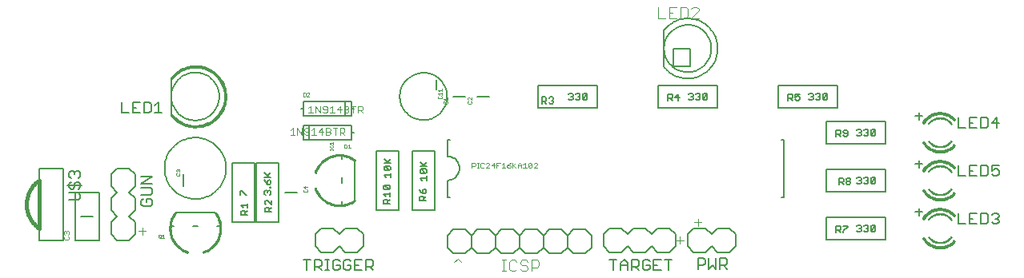
<source format=gto>
G75*
G70*
%OFA0B0*%
%FSLAX24Y24*%
%IPPOS*%
%LPD*%
%AMOC8*
5,1,8,0,0,1.08239X$1,22.5*
%
%ADD10C,0.0040*%
%ADD11C,0.0080*%
%ADD12C,0.0020*%
%ADD13C,0.0010*%
%ADD14C,0.0050*%
%ADD15C,0.0160*%
%ADD16C,0.0030*%
%ADD17C,0.0060*%
D10*
X005312Y001830D02*
X005312Y002137D01*
X005159Y001984D02*
X005466Y001984D01*
X018284Y000686D02*
X018437Y000839D01*
X018591Y000686D01*
X020284Y000789D02*
X020437Y000789D01*
X020361Y000789D02*
X020361Y000329D01*
X020437Y000329D02*
X020284Y000329D01*
X020591Y000405D02*
X020668Y000329D01*
X020821Y000329D01*
X020898Y000405D01*
X021051Y000405D02*
X021128Y000329D01*
X021281Y000329D01*
X021358Y000405D01*
X021358Y000482D01*
X021281Y000559D01*
X021128Y000559D01*
X021051Y000636D01*
X021051Y000712D01*
X021128Y000789D01*
X021281Y000789D01*
X021358Y000712D01*
X021512Y000789D02*
X021742Y000789D01*
X021819Y000712D01*
X021819Y000559D01*
X021742Y000482D01*
X021512Y000482D01*
X021512Y000329D02*
X021512Y000789D01*
X020898Y000712D02*
X020821Y000789D01*
X020668Y000789D01*
X020591Y000712D01*
X020591Y000405D01*
X027534Y001609D02*
X027841Y001609D01*
X027687Y001762D02*
X027687Y001455D01*
X028437Y002205D02*
X028437Y002512D01*
X028284Y002359D02*
X028591Y002359D01*
X028472Y010879D02*
X028165Y010879D01*
X028472Y011186D01*
X028472Y011262D01*
X028395Y011339D01*
X028242Y011339D01*
X028165Y011262D01*
X028012Y011262D02*
X027935Y011339D01*
X027705Y011339D01*
X027705Y010879D01*
X027935Y010879D01*
X028012Y010955D01*
X028012Y011262D01*
X027551Y011339D02*
X027244Y011339D01*
X027244Y010879D01*
X027551Y010879D01*
X027091Y010879D02*
X026784Y010879D01*
X026784Y011339D01*
X027244Y011109D02*
X027398Y011109D01*
D11*
X017564Y008309D02*
X017564Y007909D01*
X016030Y007609D02*
X016032Y007671D01*
X016038Y007734D01*
X016048Y007795D01*
X016062Y007856D01*
X016079Y007916D01*
X016100Y007975D01*
X016126Y008032D01*
X016154Y008087D01*
X016186Y008141D01*
X016222Y008192D01*
X016260Y008242D01*
X016302Y008288D01*
X016346Y008332D01*
X016394Y008373D01*
X016443Y008411D01*
X016495Y008445D01*
X016549Y008476D01*
X016605Y008504D01*
X016663Y008528D01*
X016722Y008549D01*
X016782Y008565D01*
X016843Y008578D01*
X016905Y008587D01*
X016967Y008592D01*
X017030Y008593D01*
X017092Y008590D01*
X017154Y008583D01*
X017216Y008572D01*
X017276Y008557D01*
X017336Y008539D01*
X017394Y008517D01*
X017451Y008491D01*
X017506Y008461D01*
X017559Y008428D01*
X017610Y008392D01*
X017658Y008353D01*
X017704Y008310D01*
X017747Y008265D01*
X017787Y008217D01*
X017824Y008167D01*
X017858Y008114D01*
X017889Y008060D01*
X017915Y008004D01*
X017939Y007946D01*
X017958Y007886D01*
X017974Y007826D01*
X017986Y007764D01*
X017994Y007703D01*
X017998Y007640D01*
X017998Y007578D01*
X017994Y007515D01*
X017986Y007454D01*
X017974Y007392D01*
X017958Y007332D01*
X017939Y007272D01*
X017915Y007214D01*
X017889Y007158D01*
X017858Y007104D01*
X017824Y007051D01*
X017787Y007001D01*
X017747Y006953D01*
X017704Y006908D01*
X017658Y006865D01*
X017610Y006826D01*
X017559Y006790D01*
X017506Y006757D01*
X017451Y006727D01*
X017394Y006701D01*
X017336Y006679D01*
X017276Y006661D01*
X017216Y006646D01*
X017154Y006635D01*
X017092Y006628D01*
X017030Y006625D01*
X016967Y006626D01*
X016905Y006631D01*
X016843Y006640D01*
X016782Y006653D01*
X016722Y006669D01*
X016663Y006690D01*
X016605Y006714D01*
X016549Y006742D01*
X016495Y006773D01*
X016443Y006807D01*
X016394Y006845D01*
X016346Y006886D01*
X016302Y006930D01*
X016260Y006976D01*
X016222Y007026D01*
X016186Y007077D01*
X016154Y007131D01*
X016126Y007186D01*
X016100Y007243D01*
X016079Y007302D01*
X016062Y007362D01*
X016048Y007423D01*
X016038Y007484D01*
X016032Y007547D01*
X016030Y007609D01*
X014114Y007109D02*
X014014Y007109D01*
X014014Y006809D01*
X012014Y006809D01*
X012014Y007109D01*
X011914Y007109D01*
X012014Y007109D02*
X012014Y007409D01*
X014014Y007409D01*
X014014Y007109D01*
X013764Y007359D02*
X013764Y006859D01*
X014014Y006409D02*
X012014Y006409D01*
X012014Y006109D01*
X011914Y006109D01*
X012014Y006109D02*
X012014Y005809D01*
X014014Y005809D01*
X014014Y006109D01*
X014114Y006109D01*
X014014Y006109D02*
X014014Y006409D01*
X012264Y006359D02*
X012264Y005859D01*
X013614Y005154D02*
X013614Y004996D01*
X014164Y004933D02*
X014164Y003284D01*
X013614Y003221D02*
X013614Y003063D01*
X015042Y002869D02*
X015042Y005349D01*
X015986Y005349D01*
X015986Y002869D01*
X015042Y002869D01*
X016542Y002869D02*
X016542Y005349D01*
X017486Y005349D01*
X017486Y002869D01*
X016542Y002869D01*
X018014Y003409D02*
X018114Y003409D01*
X018014Y003409D02*
X018014Y004109D01*
X018058Y004111D01*
X018101Y004117D01*
X018143Y004126D01*
X018185Y004139D01*
X018225Y004156D01*
X018264Y004176D01*
X018301Y004199D01*
X018335Y004226D01*
X018368Y004255D01*
X018397Y004288D01*
X018424Y004322D01*
X018447Y004359D01*
X018467Y004398D01*
X018484Y004438D01*
X018497Y004480D01*
X018506Y004522D01*
X018512Y004565D01*
X018514Y004609D01*
X018512Y004653D01*
X018506Y004696D01*
X018497Y004738D01*
X018484Y004780D01*
X018467Y004820D01*
X018447Y004859D01*
X018424Y004896D01*
X018397Y004930D01*
X018368Y004963D01*
X018335Y004992D01*
X018301Y005019D01*
X018264Y005042D01*
X018225Y005062D01*
X018185Y005079D01*
X018143Y005092D01*
X018101Y005101D01*
X018058Y005107D01*
X018014Y005109D01*
X018014Y005809D01*
X018114Y005809D01*
X021774Y007136D02*
X021774Y008081D01*
X024254Y008081D01*
X024254Y007136D01*
X021774Y007136D01*
X019764Y007609D02*
X019264Y007609D01*
X018764Y007609D02*
X018264Y007609D01*
X026774Y007136D02*
X026774Y008081D01*
X029254Y008081D01*
X029254Y007136D01*
X026774Y007136D01*
X031774Y007136D02*
X031774Y008081D01*
X034254Y008081D01*
X034254Y007136D01*
X031774Y007136D01*
X033774Y006581D02*
X036254Y006581D01*
X036254Y005636D01*
X033774Y005636D01*
X033774Y006581D01*
X032014Y005809D02*
X031914Y005809D01*
X032014Y005809D02*
X032014Y003409D01*
X031914Y003409D01*
X033774Y003636D02*
X033774Y004581D01*
X036254Y004581D01*
X036254Y003636D01*
X033774Y003636D01*
X033774Y002581D02*
X036254Y002581D01*
X036254Y001636D01*
X033774Y001636D01*
X033774Y002581D01*
X030014Y001859D02*
X029764Y002109D01*
X029264Y002109D01*
X029014Y001859D01*
X028764Y002109D01*
X028264Y002109D01*
X028014Y001859D01*
X028014Y001359D01*
X028264Y001109D01*
X028764Y001109D01*
X029014Y001359D01*
X029264Y001109D01*
X029764Y001109D01*
X030014Y001359D01*
X030014Y001859D01*
X027514Y001859D02*
X027514Y001359D01*
X027264Y001109D01*
X026764Y001109D01*
X026514Y001359D01*
X026264Y001109D01*
X025764Y001109D01*
X025514Y001359D01*
X025264Y001109D01*
X024764Y001109D01*
X024514Y001359D01*
X024514Y001859D01*
X024764Y002109D01*
X025264Y002109D01*
X025514Y001859D01*
X025764Y002109D01*
X026264Y002109D01*
X026514Y001859D01*
X026764Y002109D01*
X027264Y002109D01*
X027514Y001859D01*
X024014Y001809D02*
X024014Y001309D01*
X023764Y001059D01*
X023264Y001059D01*
X023014Y001309D01*
X023014Y001809D01*
X023264Y002059D01*
X023764Y002059D01*
X024014Y001809D01*
X023014Y001809D02*
X022764Y002059D01*
X022264Y002059D01*
X022014Y001809D01*
X022014Y001309D01*
X021764Y001059D01*
X021264Y001059D01*
X021014Y001309D01*
X021014Y001809D01*
X021264Y002059D01*
X021764Y002059D01*
X022014Y001809D01*
X021014Y001809D02*
X020764Y002059D01*
X020264Y002059D01*
X020014Y001809D01*
X020014Y001309D01*
X019764Y001059D01*
X019264Y001059D01*
X019014Y001309D01*
X019014Y001809D01*
X019264Y002059D01*
X019764Y002059D01*
X020014Y001809D01*
X019014Y001809D02*
X018764Y002059D01*
X018264Y002059D01*
X018014Y001809D01*
X018014Y001309D01*
X018264Y001059D01*
X018764Y001059D01*
X019014Y001309D01*
X020014Y001309D02*
X020264Y001059D01*
X020764Y001059D01*
X021014Y001309D01*
X022014Y001309D02*
X022264Y001059D01*
X022764Y001059D01*
X023014Y001309D01*
X014514Y001359D02*
X014514Y001859D01*
X014264Y002109D01*
X013764Y002109D01*
X013514Y001859D01*
X013264Y002109D01*
X012764Y002109D01*
X012514Y001859D01*
X012514Y001359D01*
X012764Y001109D01*
X013264Y001109D01*
X013514Y001359D01*
X013764Y001109D01*
X014264Y001109D01*
X014514Y001359D01*
X010986Y002369D02*
X010042Y002369D01*
X010042Y004849D01*
X010986Y004849D01*
X010986Y002369D01*
X009986Y002369D02*
X009042Y002369D01*
X009042Y004849D01*
X009986Y004849D01*
X009986Y002369D01*
X008559Y002209D02*
X008401Y002209D01*
X007627Y002209D02*
X007401Y002209D01*
X006627Y002209D02*
X006469Y002209D01*
X005014Y002359D02*
X005014Y001859D01*
X004764Y001609D01*
X004264Y001609D01*
X004014Y001859D01*
X004014Y002359D01*
X004264Y002609D01*
X004014Y002859D01*
X004014Y003359D01*
X004264Y003609D01*
X004014Y003859D01*
X004014Y004359D01*
X004264Y004609D01*
X004764Y004609D01*
X005014Y004359D01*
X005014Y003859D01*
X004764Y003609D01*
X005014Y003359D01*
X005014Y002859D01*
X004764Y002609D01*
X005014Y002359D01*
X006689Y002759D02*
X008339Y002759D01*
X011264Y003609D02*
X011764Y003609D01*
X013614Y003996D02*
X013614Y004221D01*
X006234Y004609D02*
X006236Y004680D01*
X006242Y004751D01*
X006252Y004822D01*
X006266Y004891D01*
X006283Y004960D01*
X006305Y005028D01*
X006330Y005095D01*
X006359Y005160D01*
X006391Y005223D01*
X006427Y005285D01*
X006466Y005344D01*
X006509Y005401D01*
X006554Y005456D01*
X006603Y005508D01*
X006654Y005557D01*
X006708Y005603D01*
X006765Y005647D01*
X006823Y005687D01*
X006884Y005723D01*
X006947Y005757D01*
X007012Y005786D01*
X007078Y005812D01*
X007146Y005835D01*
X007214Y005853D01*
X007284Y005868D01*
X007354Y005879D01*
X007425Y005886D01*
X007496Y005889D01*
X007567Y005888D01*
X007638Y005883D01*
X007709Y005874D01*
X007779Y005861D01*
X007848Y005845D01*
X007916Y005824D01*
X007983Y005800D01*
X008049Y005772D01*
X008112Y005740D01*
X008174Y005705D01*
X008234Y005667D01*
X008292Y005625D01*
X008347Y005581D01*
X008400Y005533D01*
X008450Y005482D01*
X008497Y005429D01*
X008541Y005373D01*
X008582Y005315D01*
X008620Y005254D01*
X008654Y005192D01*
X008684Y005127D01*
X008711Y005062D01*
X008735Y004994D01*
X008754Y004926D01*
X008770Y004857D01*
X008782Y004786D01*
X008790Y004716D01*
X008794Y004645D01*
X008794Y004573D01*
X008790Y004502D01*
X008782Y004432D01*
X008770Y004361D01*
X008754Y004292D01*
X008735Y004224D01*
X008711Y004156D01*
X008684Y004091D01*
X008654Y004026D01*
X008620Y003964D01*
X008582Y003903D01*
X008541Y003845D01*
X008497Y003789D01*
X008450Y003736D01*
X008400Y003685D01*
X008347Y003637D01*
X008292Y003593D01*
X008234Y003551D01*
X008174Y003513D01*
X008112Y003478D01*
X008049Y003446D01*
X007983Y003418D01*
X007916Y003394D01*
X007848Y003373D01*
X007779Y003357D01*
X007709Y003344D01*
X007638Y003335D01*
X007567Y003330D01*
X007496Y003329D01*
X007425Y003332D01*
X007354Y003339D01*
X007284Y003350D01*
X007214Y003365D01*
X007146Y003383D01*
X007078Y003406D01*
X007012Y003432D01*
X006947Y003461D01*
X006884Y003495D01*
X006823Y003531D01*
X006765Y003571D01*
X006708Y003615D01*
X006654Y003661D01*
X006603Y003710D01*
X006554Y003762D01*
X006509Y003817D01*
X006466Y003874D01*
X006427Y003933D01*
X006391Y003995D01*
X006359Y004058D01*
X006330Y004123D01*
X006305Y004190D01*
X006283Y004258D01*
X006266Y004327D01*
X006252Y004396D01*
X006242Y004467D01*
X006236Y004538D01*
X006234Y004609D01*
X007014Y004359D02*
X007014Y003859D01*
X003514Y003609D02*
X003514Y001609D01*
X002514Y001609D01*
X002514Y003609D01*
X003514Y003609D01*
X003264Y002609D02*
X002764Y002609D01*
X006514Y006859D02*
X006514Y008359D01*
D12*
X013114Y005661D02*
X013254Y005661D01*
X013254Y005614D02*
X013254Y005708D01*
X013161Y005614D02*
X013114Y005661D01*
X013137Y005560D02*
X013114Y005537D01*
X013114Y005490D01*
X013137Y005467D01*
X013231Y005467D01*
X013254Y005490D01*
X013254Y005537D01*
X013231Y005560D01*
X013254Y005415D02*
X013254Y005369D01*
X013254Y005392D02*
X013114Y005392D01*
X013114Y005369D02*
X013114Y005415D01*
X019024Y004839D02*
X019024Y004619D01*
X019024Y004692D02*
X019134Y004692D01*
X019171Y004729D01*
X019171Y004802D01*
X019134Y004839D01*
X019024Y004839D01*
X019245Y004839D02*
X019318Y004839D01*
X019282Y004839D02*
X019282Y004619D01*
X019318Y004619D02*
X019245Y004619D01*
X019392Y004655D02*
X019429Y004619D01*
X019502Y004619D01*
X019539Y004655D01*
X019613Y004619D02*
X019760Y004765D01*
X019760Y004802D01*
X019723Y004839D01*
X019650Y004839D01*
X019613Y004802D01*
X019539Y004802D02*
X019502Y004839D01*
X019429Y004839D01*
X019392Y004802D01*
X019392Y004655D01*
X019613Y004619D02*
X019760Y004619D01*
X019834Y004729D02*
X019981Y004729D01*
X020055Y004729D02*
X020129Y004729D01*
X020055Y004839D02*
X020202Y004839D01*
X020276Y004765D02*
X020350Y004839D01*
X020350Y004619D01*
X020423Y004619D02*
X020276Y004619D01*
X020055Y004619D02*
X020055Y004839D01*
X019944Y004839D02*
X019834Y004729D01*
X019944Y004619D02*
X019944Y004839D01*
X020497Y004729D02*
X020607Y004729D01*
X020644Y004692D01*
X020644Y004655D01*
X020607Y004619D01*
X020534Y004619D01*
X020497Y004655D01*
X020497Y004729D01*
X020571Y004802D01*
X020644Y004839D01*
X020718Y004839D02*
X020718Y004619D01*
X020718Y004692D02*
X020865Y004839D01*
X020939Y004765D02*
X021013Y004839D01*
X021086Y004765D01*
X021086Y004619D01*
X021160Y004619D02*
X021307Y004619D01*
X021234Y004619D02*
X021234Y004839D01*
X021160Y004765D01*
X021086Y004729D02*
X020939Y004729D01*
X020939Y004765D02*
X020939Y004619D01*
X020865Y004619D02*
X020755Y004729D01*
X021381Y004655D02*
X021381Y004802D01*
X021418Y004839D01*
X021491Y004839D01*
X021528Y004802D01*
X021381Y004655D01*
X021418Y004619D01*
X021491Y004619D01*
X021528Y004655D01*
X021528Y004802D01*
X021602Y004802D02*
X021639Y004839D01*
X021712Y004839D01*
X021749Y004802D01*
X021749Y004765D01*
X021602Y004619D01*
X021749Y004619D01*
X006220Y001709D02*
X006127Y001709D01*
X006173Y001709D02*
X006173Y001849D01*
X006127Y001802D01*
X006073Y001825D02*
X006073Y001732D01*
X006049Y001709D01*
X006003Y001709D01*
X005979Y001732D01*
X005979Y001825D01*
X006003Y001849D01*
X006049Y001849D01*
X006073Y001825D01*
X006026Y001755D02*
X006073Y001709D01*
X002254Y001729D02*
X002217Y001765D01*
X002254Y001729D02*
X002254Y001655D01*
X002217Y001619D01*
X002071Y001619D01*
X002034Y001655D01*
X002034Y001729D01*
X002071Y001765D01*
X002071Y001840D02*
X002034Y001876D01*
X002034Y001950D01*
X002071Y001986D01*
X002107Y001986D01*
X002144Y001950D01*
X002181Y001986D01*
X002217Y001986D01*
X002254Y001950D01*
X002254Y001876D01*
X002217Y001840D01*
X002144Y001913D02*
X002144Y001950D01*
D13*
X006659Y002776D02*
X006714Y002733D01*
X006678Y002684D01*
X006644Y002633D01*
X006615Y002579D01*
X006588Y002524D01*
X006564Y002468D01*
X006545Y002410D01*
X006528Y002351D01*
X006515Y002291D01*
X006506Y002231D01*
X006501Y002170D01*
X006499Y002108D01*
X006501Y002047D01*
X006506Y001986D01*
X006516Y001926D01*
X006529Y001866D01*
X006545Y001807D01*
X006565Y001749D01*
X006588Y001693D01*
X006615Y001638D01*
X006645Y001584D01*
X006678Y001533D01*
X006714Y001484D01*
X006754Y001437D01*
X006795Y001392D01*
X006840Y001350D01*
X006887Y001311D01*
X006936Y001275D01*
X006987Y001241D01*
X007041Y001211D01*
X007096Y001184D01*
X007152Y001161D01*
X007210Y001141D01*
X007190Y001074D01*
X007189Y001074D01*
X007128Y001095D01*
X007067Y001120D01*
X007008Y001149D01*
X006951Y001181D01*
X006897Y001217D01*
X006844Y001256D01*
X006794Y001298D01*
X006746Y001343D01*
X006701Y001390D01*
X006659Y001440D01*
X006621Y001493D01*
X006585Y001548D01*
X006553Y001605D01*
X006524Y001664D01*
X006499Y001724D01*
X006478Y001786D01*
X006461Y001849D01*
X006447Y001913D01*
X006437Y001978D01*
X006431Y002043D01*
X006429Y002109D01*
X006431Y002174D01*
X006437Y002239D01*
X006447Y002304D01*
X006460Y002368D01*
X006478Y002431D01*
X006499Y002493D01*
X006524Y002553D01*
X006553Y002612D01*
X006585Y002669D01*
X006620Y002724D01*
X006659Y002777D01*
X006666Y002771D01*
X006628Y002719D01*
X006592Y002664D01*
X006561Y002608D01*
X006532Y002549D01*
X006507Y002489D01*
X006486Y002428D01*
X006469Y002366D01*
X006455Y002302D01*
X006446Y002238D01*
X006440Y002173D01*
X006438Y002109D01*
X006440Y002044D01*
X006446Y001979D01*
X006456Y001915D01*
X006469Y001851D01*
X006487Y001789D01*
X006508Y001728D01*
X006533Y001668D01*
X006561Y001609D01*
X006593Y001553D01*
X006628Y001498D01*
X006666Y001446D01*
X006708Y001396D01*
X006752Y001349D01*
X006800Y001304D01*
X006849Y001263D01*
X006902Y001224D01*
X006956Y001189D01*
X007013Y001157D01*
X007071Y001129D01*
X007131Y001104D01*
X007192Y001082D01*
X007195Y001091D01*
X007134Y001112D01*
X007074Y001137D01*
X007017Y001165D01*
X006961Y001197D01*
X006907Y001232D01*
X006855Y001270D01*
X006806Y001311D01*
X006759Y001355D01*
X006715Y001402D01*
X006674Y001452D01*
X006635Y001503D01*
X006601Y001557D01*
X006569Y001614D01*
X006541Y001671D01*
X006516Y001731D01*
X006495Y001792D01*
X006478Y001854D01*
X006465Y001917D01*
X006455Y001980D01*
X006449Y002044D01*
X006447Y002108D01*
X006449Y002173D01*
X006455Y002237D01*
X006464Y002300D01*
X006478Y002363D01*
X006495Y002425D01*
X006516Y002486D01*
X006540Y002546D01*
X006569Y002604D01*
X006600Y002660D01*
X006635Y002714D01*
X006673Y002766D01*
X006680Y002760D01*
X006642Y002709D01*
X006608Y002655D01*
X006576Y002599D01*
X006549Y002542D01*
X006524Y002483D01*
X006504Y002423D01*
X006487Y002361D01*
X006473Y002299D01*
X006464Y002236D01*
X006458Y002172D01*
X006456Y002108D01*
X006458Y002045D01*
X006464Y001981D01*
X006473Y001918D01*
X006487Y001856D01*
X006504Y001794D01*
X006525Y001734D01*
X006549Y001675D01*
X006577Y001618D01*
X006608Y001562D01*
X006643Y001509D01*
X006681Y001457D01*
X006721Y001408D01*
X006765Y001362D01*
X006812Y001318D01*
X006860Y001277D01*
X006912Y001239D01*
X006965Y001204D01*
X007021Y001173D01*
X007078Y001145D01*
X007137Y001120D01*
X007197Y001100D01*
X007200Y001108D01*
X007140Y001129D01*
X007082Y001153D01*
X007025Y001181D01*
X006970Y001212D01*
X006917Y001247D01*
X006866Y001284D01*
X006817Y001325D01*
X006771Y001368D01*
X006728Y001414D01*
X006688Y001463D01*
X006650Y001514D01*
X006616Y001567D01*
X006585Y001622D01*
X006557Y001679D01*
X006533Y001737D01*
X006512Y001797D01*
X006495Y001858D01*
X006482Y001920D01*
X006473Y001982D01*
X006467Y002045D01*
X006465Y002108D01*
X006467Y002172D01*
X006473Y002235D01*
X006482Y002297D01*
X006495Y002359D01*
X006512Y002420D01*
X006533Y002480D01*
X006557Y002538D01*
X006584Y002595D01*
X006615Y002650D01*
X006650Y002703D01*
X006687Y002754D01*
X006694Y002749D01*
X006657Y002698D01*
X006623Y002646D01*
X006592Y002591D01*
X006565Y002535D01*
X006541Y002477D01*
X006521Y002417D01*
X006504Y002357D01*
X006491Y002296D01*
X006481Y002234D01*
X006476Y002171D01*
X006474Y002108D01*
X006476Y002046D01*
X006482Y001983D01*
X006491Y001921D01*
X006504Y001860D01*
X006521Y001800D01*
X006542Y001740D01*
X006565Y001682D01*
X006593Y001626D01*
X006624Y001571D01*
X006658Y001519D01*
X006695Y001468D01*
X006735Y001420D01*
X006778Y001374D01*
X006823Y001331D01*
X006872Y001291D01*
X006922Y001254D01*
X006975Y001220D01*
X007029Y001189D01*
X007085Y001161D01*
X007143Y001137D01*
X007203Y001117D01*
X007205Y001125D01*
X007147Y001146D01*
X007089Y001170D01*
X007033Y001197D01*
X006979Y001228D01*
X006927Y001261D01*
X006877Y001298D01*
X006829Y001338D01*
X006784Y001381D01*
X006742Y001426D01*
X006702Y001474D01*
X006665Y001524D01*
X006631Y001576D01*
X006601Y001630D01*
X006574Y001686D01*
X006550Y001744D01*
X006530Y001802D01*
X006513Y001862D01*
X006500Y001923D01*
X006491Y001984D01*
X006485Y002046D01*
X006483Y002108D01*
X006485Y002171D01*
X006490Y002232D01*
X006500Y002294D01*
X006513Y002355D01*
X006529Y002415D01*
X006550Y002473D01*
X006573Y002531D01*
X006600Y002587D01*
X006631Y002641D01*
X006664Y002693D01*
X006701Y002743D01*
X006708Y002738D01*
X006672Y002688D01*
X006639Y002636D01*
X006608Y002583D01*
X006581Y002527D01*
X006558Y002470D01*
X006538Y002412D01*
X006521Y002353D01*
X006509Y002292D01*
X006499Y002231D01*
X006494Y002170D01*
X006492Y002108D01*
X006494Y002047D01*
X006499Y001986D01*
X006509Y001925D01*
X006522Y001864D01*
X006538Y001805D01*
X006558Y001747D01*
X006582Y001690D01*
X006609Y001634D01*
X006639Y001581D01*
X006672Y001529D01*
X006709Y001479D01*
X006748Y001432D01*
X006791Y001387D01*
X006835Y001345D01*
X006883Y001305D01*
X006932Y001269D01*
X006984Y001235D01*
X007037Y001205D01*
X007093Y001178D01*
X007150Y001154D01*
X007208Y001134D01*
X007838Y001074D02*
X007818Y001141D01*
X007876Y001161D01*
X007932Y001184D01*
X007987Y001211D01*
X008040Y001241D01*
X008092Y001275D01*
X008141Y001311D01*
X008188Y001350D01*
X008232Y001392D01*
X008274Y001437D01*
X008314Y001484D01*
X008350Y001533D01*
X008383Y001584D01*
X008413Y001638D01*
X008440Y001693D01*
X008463Y001749D01*
X008483Y001807D01*
X008499Y001866D01*
X008512Y001926D01*
X008522Y001986D01*
X008527Y002047D01*
X008529Y002108D01*
X008527Y002170D01*
X008522Y002231D01*
X008513Y002291D01*
X008500Y002351D01*
X008483Y002410D01*
X008464Y002468D01*
X008440Y002524D01*
X008413Y002579D01*
X008384Y002633D01*
X008350Y002684D01*
X008314Y002733D01*
X008369Y002776D01*
X008369Y002777D01*
X008408Y002724D01*
X008443Y002669D01*
X008475Y002612D01*
X008504Y002553D01*
X008529Y002493D01*
X008550Y002431D01*
X008568Y002368D01*
X008581Y002304D01*
X008591Y002239D01*
X008597Y002174D01*
X008599Y002108D01*
X008597Y002043D01*
X008591Y001978D01*
X008581Y001913D01*
X008567Y001849D01*
X008550Y001786D01*
X008529Y001724D01*
X008504Y001664D01*
X008475Y001605D01*
X008443Y001548D01*
X008407Y001493D01*
X008369Y001440D01*
X008327Y001390D01*
X008282Y001343D01*
X008234Y001298D01*
X008184Y001256D01*
X008131Y001217D01*
X008077Y001181D01*
X008020Y001149D01*
X007961Y001120D01*
X007900Y001095D01*
X007839Y001074D01*
X007836Y001082D01*
X007897Y001104D01*
X007957Y001129D01*
X008015Y001157D01*
X008072Y001189D01*
X008126Y001224D01*
X008179Y001263D01*
X008228Y001304D01*
X008276Y001349D01*
X008320Y001396D01*
X008361Y001446D01*
X008400Y001498D01*
X008435Y001553D01*
X008467Y001609D01*
X008495Y001668D01*
X008520Y001728D01*
X008541Y001789D01*
X008559Y001851D01*
X008572Y001915D01*
X008582Y001979D01*
X008588Y002044D01*
X008590Y002108D01*
X008588Y002173D01*
X008582Y002238D01*
X008573Y002302D01*
X008559Y002366D01*
X008542Y002428D01*
X008521Y002489D01*
X008496Y002549D01*
X008467Y002608D01*
X008436Y002664D01*
X008401Y002719D01*
X008362Y002771D01*
X008355Y002766D01*
X008393Y002714D01*
X008428Y002660D01*
X008459Y002604D01*
X008488Y002546D01*
X008512Y002486D01*
X008533Y002425D01*
X008550Y002363D01*
X008564Y002300D01*
X008573Y002237D01*
X008579Y002173D01*
X008581Y002108D01*
X008579Y002044D01*
X008573Y001980D01*
X008563Y001917D01*
X008550Y001854D01*
X008533Y001792D01*
X008512Y001731D01*
X008487Y001671D01*
X008459Y001614D01*
X008427Y001557D01*
X008393Y001503D01*
X008354Y001452D01*
X008313Y001402D01*
X008269Y001355D01*
X008222Y001311D01*
X008173Y001270D01*
X008121Y001232D01*
X008067Y001197D01*
X008011Y001165D01*
X007954Y001137D01*
X007894Y001112D01*
X007833Y001091D01*
X007831Y001100D01*
X007891Y001120D01*
X007950Y001145D01*
X008007Y001173D01*
X008063Y001204D01*
X008116Y001239D01*
X008168Y001277D01*
X008216Y001318D01*
X008263Y001362D01*
X008307Y001408D01*
X008347Y001457D01*
X008385Y001509D01*
X008420Y001562D01*
X008451Y001618D01*
X008479Y001675D01*
X008503Y001734D01*
X008524Y001794D01*
X008541Y001856D01*
X008555Y001918D01*
X008564Y001981D01*
X008570Y002045D01*
X008572Y002108D01*
X008570Y002172D01*
X008564Y002236D01*
X008555Y002299D01*
X008542Y002361D01*
X008524Y002423D01*
X008504Y002483D01*
X008479Y002542D01*
X008452Y002599D01*
X008420Y002655D01*
X008386Y002709D01*
X008348Y002760D01*
X008341Y002754D01*
X008378Y002703D01*
X008413Y002650D01*
X008444Y002595D01*
X008471Y002538D01*
X008495Y002480D01*
X008516Y002420D01*
X008533Y002359D01*
X008546Y002297D01*
X008555Y002235D01*
X008561Y002172D01*
X008563Y002108D01*
X008561Y002045D01*
X008555Y001982D01*
X008546Y001920D01*
X008533Y001858D01*
X008516Y001797D01*
X008495Y001737D01*
X008471Y001679D01*
X008443Y001622D01*
X008412Y001567D01*
X008378Y001514D01*
X008340Y001463D01*
X008300Y001414D01*
X008257Y001368D01*
X008211Y001325D01*
X008162Y001284D01*
X008111Y001247D01*
X008058Y001212D01*
X008003Y001181D01*
X007946Y001153D01*
X007888Y001129D01*
X007828Y001108D01*
X007825Y001117D01*
X007885Y001137D01*
X007942Y001161D01*
X007999Y001189D01*
X008053Y001220D01*
X008106Y001254D01*
X008156Y001291D01*
X008205Y001331D01*
X008250Y001374D01*
X008293Y001420D01*
X008333Y001468D01*
X008370Y001519D01*
X008404Y001571D01*
X008435Y001626D01*
X008463Y001682D01*
X008486Y001740D01*
X008507Y001800D01*
X008524Y001860D01*
X008537Y001921D01*
X008546Y001983D01*
X008552Y002046D01*
X008554Y002108D01*
X008552Y002171D01*
X008547Y002234D01*
X008537Y002296D01*
X008524Y002357D01*
X008507Y002417D01*
X008487Y002477D01*
X008463Y002535D01*
X008436Y002591D01*
X008405Y002646D01*
X008371Y002698D01*
X008334Y002749D01*
X008327Y002743D01*
X008364Y002693D01*
X008397Y002641D01*
X008428Y002587D01*
X008455Y002531D01*
X008478Y002473D01*
X008499Y002415D01*
X008515Y002355D01*
X008528Y002294D01*
X008538Y002232D01*
X008543Y002171D01*
X008545Y002108D01*
X008543Y002046D01*
X008537Y001984D01*
X008528Y001923D01*
X008515Y001862D01*
X008498Y001802D01*
X008478Y001744D01*
X008454Y001686D01*
X008427Y001630D01*
X008397Y001576D01*
X008363Y001524D01*
X008326Y001474D01*
X008286Y001426D01*
X008244Y001381D01*
X008199Y001338D01*
X008151Y001298D01*
X008101Y001261D01*
X008049Y001228D01*
X007995Y001197D01*
X007939Y001170D01*
X007881Y001146D01*
X007823Y001125D01*
X007820Y001134D01*
X007878Y001154D01*
X007935Y001178D01*
X007990Y001205D01*
X008044Y001235D01*
X008096Y001269D01*
X008145Y001305D01*
X008193Y001345D01*
X008237Y001387D01*
X008280Y001432D01*
X008319Y001479D01*
X008355Y001529D01*
X008389Y001581D01*
X008419Y001634D01*
X008446Y001690D01*
X008470Y001747D01*
X008490Y001805D01*
X008506Y001864D01*
X008519Y001925D01*
X008529Y001985D01*
X008534Y002047D01*
X008536Y002108D01*
X008534Y002170D01*
X008529Y002231D01*
X008519Y002292D01*
X008507Y002353D01*
X008490Y002412D01*
X008470Y002470D01*
X008447Y002527D01*
X008420Y002583D01*
X008390Y002636D01*
X008356Y002688D01*
X008320Y002738D01*
X012019Y003644D02*
X012044Y003619D01*
X012144Y003619D01*
X012169Y003644D01*
X012169Y003694D01*
X012144Y003719D01*
X012094Y003766D02*
X012094Y003866D01*
X012169Y003841D02*
X012019Y003841D01*
X012094Y003766D01*
X012044Y003719D02*
X012019Y003694D01*
X012019Y003644D01*
X014181Y004964D02*
X014138Y004909D01*
X014089Y004945D01*
X014038Y004979D01*
X013984Y005008D01*
X013929Y005035D01*
X013873Y005059D01*
X013815Y005078D01*
X013756Y005095D01*
X013696Y005108D01*
X013636Y005117D01*
X013575Y005122D01*
X013513Y005124D01*
X013452Y005122D01*
X013391Y005117D01*
X013331Y005107D01*
X013271Y005094D01*
X013212Y005078D01*
X013154Y005058D01*
X013098Y005035D01*
X013043Y005008D01*
X012989Y004978D01*
X012938Y004945D01*
X012889Y004909D01*
X012842Y004869D01*
X012797Y004828D01*
X012755Y004783D01*
X012716Y004736D01*
X012680Y004687D01*
X012646Y004636D01*
X012616Y004582D01*
X012589Y004527D01*
X012566Y004471D01*
X012546Y004413D01*
X012479Y004433D01*
X012479Y004434D01*
X012500Y004495D01*
X012525Y004556D01*
X012554Y004615D01*
X012586Y004672D01*
X012622Y004726D01*
X012661Y004779D01*
X012703Y004829D01*
X012748Y004877D01*
X012795Y004922D01*
X012845Y004964D01*
X012898Y005002D01*
X012953Y005038D01*
X013010Y005070D01*
X013069Y005099D01*
X013129Y005124D01*
X013191Y005145D01*
X013254Y005162D01*
X013318Y005176D01*
X013383Y005186D01*
X013448Y005192D01*
X013514Y005194D01*
X013579Y005192D01*
X013644Y005186D01*
X013709Y005176D01*
X013773Y005163D01*
X013836Y005145D01*
X013898Y005124D01*
X013958Y005099D01*
X014017Y005070D01*
X014074Y005038D01*
X014129Y005003D01*
X014182Y004964D01*
X014176Y004957D01*
X014124Y004995D01*
X014069Y005031D01*
X014013Y005062D01*
X013954Y005091D01*
X013894Y005116D01*
X013833Y005137D01*
X013771Y005154D01*
X013707Y005168D01*
X013643Y005177D01*
X013578Y005183D01*
X013514Y005185D01*
X013449Y005183D01*
X013384Y005177D01*
X013320Y005167D01*
X013256Y005154D01*
X013194Y005136D01*
X013133Y005115D01*
X013073Y005090D01*
X013014Y005062D01*
X012958Y005030D01*
X012903Y004995D01*
X012851Y004957D01*
X012801Y004915D01*
X012754Y004871D01*
X012709Y004823D01*
X012668Y004774D01*
X012629Y004721D01*
X012594Y004667D01*
X012562Y004610D01*
X012534Y004552D01*
X012509Y004492D01*
X012487Y004431D01*
X012496Y004428D01*
X012517Y004489D01*
X012542Y004549D01*
X012570Y004606D01*
X012602Y004662D01*
X012637Y004716D01*
X012675Y004768D01*
X012716Y004817D01*
X012760Y004864D01*
X012807Y004908D01*
X012857Y004949D01*
X012908Y004988D01*
X012962Y005022D01*
X013019Y005054D01*
X013076Y005082D01*
X013136Y005107D01*
X013197Y005128D01*
X013259Y005145D01*
X013322Y005158D01*
X013385Y005168D01*
X013449Y005174D01*
X013513Y005176D01*
X013578Y005174D01*
X013642Y005168D01*
X013705Y005159D01*
X013768Y005145D01*
X013830Y005128D01*
X013891Y005107D01*
X013951Y005083D01*
X014009Y005054D01*
X014065Y005023D01*
X014119Y004988D01*
X014171Y004950D01*
X014165Y004943D01*
X014114Y004981D01*
X014060Y005015D01*
X014004Y005047D01*
X013947Y005074D01*
X013888Y005099D01*
X013828Y005119D01*
X013766Y005136D01*
X013704Y005150D01*
X013641Y005159D01*
X013577Y005165D01*
X013513Y005167D01*
X013450Y005165D01*
X013386Y005159D01*
X013323Y005150D01*
X013261Y005136D01*
X013199Y005119D01*
X013139Y005098D01*
X013080Y005074D01*
X013023Y005046D01*
X012967Y005015D01*
X012914Y004980D01*
X012862Y004942D01*
X012813Y004902D01*
X012767Y004858D01*
X012723Y004811D01*
X012682Y004763D01*
X012644Y004711D01*
X012609Y004658D01*
X012578Y004602D01*
X012550Y004545D01*
X012525Y004486D01*
X012505Y004426D01*
X012513Y004423D01*
X012534Y004483D01*
X012558Y004541D01*
X012586Y004598D01*
X012617Y004653D01*
X012652Y004706D01*
X012689Y004757D01*
X012730Y004806D01*
X012773Y004852D01*
X012819Y004895D01*
X012868Y004935D01*
X012919Y004973D01*
X012972Y005007D01*
X013027Y005038D01*
X013084Y005066D01*
X013142Y005090D01*
X013202Y005111D01*
X013263Y005128D01*
X013325Y005141D01*
X013387Y005150D01*
X013450Y005156D01*
X013513Y005158D01*
X013577Y005156D01*
X013640Y005150D01*
X013702Y005141D01*
X013764Y005128D01*
X013825Y005111D01*
X013885Y005090D01*
X013943Y005066D01*
X014000Y005039D01*
X014055Y005008D01*
X014108Y004973D01*
X014159Y004936D01*
X014154Y004929D01*
X014103Y004966D01*
X014051Y005000D01*
X013996Y005031D01*
X013940Y005058D01*
X013882Y005082D01*
X013822Y005102D01*
X013762Y005119D01*
X013701Y005132D01*
X013639Y005142D01*
X013576Y005147D01*
X013513Y005149D01*
X013451Y005147D01*
X013388Y005141D01*
X013326Y005132D01*
X013265Y005119D01*
X013205Y005102D01*
X013145Y005081D01*
X013087Y005058D01*
X013031Y005030D01*
X012976Y004999D01*
X012924Y004965D01*
X012873Y004928D01*
X012825Y004888D01*
X012779Y004845D01*
X012736Y004800D01*
X012696Y004751D01*
X012659Y004701D01*
X012625Y004648D01*
X012594Y004594D01*
X012566Y004538D01*
X012542Y004480D01*
X012522Y004420D01*
X012530Y004418D01*
X012551Y004476D01*
X012575Y004534D01*
X012602Y004590D01*
X012633Y004644D01*
X012666Y004696D01*
X012703Y004746D01*
X012743Y004794D01*
X012786Y004839D01*
X012831Y004881D01*
X012879Y004921D01*
X012929Y004958D01*
X012981Y004992D01*
X013035Y005022D01*
X013091Y005049D01*
X013149Y005073D01*
X013207Y005093D01*
X013267Y005110D01*
X013328Y005123D01*
X013389Y005132D01*
X013451Y005138D01*
X013513Y005140D01*
X013576Y005138D01*
X013637Y005133D01*
X013699Y005123D01*
X013760Y005110D01*
X013820Y005094D01*
X013878Y005073D01*
X013936Y005050D01*
X013992Y005023D01*
X014046Y004992D01*
X014098Y004959D01*
X014148Y004922D01*
X014143Y004915D01*
X014093Y004951D01*
X014041Y004984D01*
X013988Y005015D01*
X013932Y005042D01*
X013875Y005065D01*
X013817Y005085D01*
X013758Y005102D01*
X013697Y005114D01*
X013636Y005124D01*
X013575Y005129D01*
X013513Y005131D01*
X013452Y005129D01*
X013391Y005124D01*
X013330Y005114D01*
X013269Y005101D01*
X013210Y005085D01*
X013152Y005065D01*
X013095Y005041D01*
X013039Y005014D01*
X012986Y004984D01*
X012934Y004951D01*
X012884Y004914D01*
X012837Y004875D01*
X012792Y004832D01*
X012750Y004788D01*
X012710Y004740D01*
X012674Y004691D01*
X012640Y004639D01*
X012610Y004586D01*
X012583Y004530D01*
X012559Y004473D01*
X012539Y004415D01*
X012479Y003785D02*
X012546Y003805D01*
X012566Y003747D01*
X012589Y003691D01*
X012616Y003636D01*
X012646Y003583D01*
X012680Y003531D01*
X012716Y003482D01*
X012755Y003435D01*
X012797Y003391D01*
X012842Y003349D01*
X012889Y003309D01*
X012938Y003273D01*
X012989Y003240D01*
X013043Y003210D01*
X013098Y003183D01*
X013154Y003160D01*
X013212Y003140D01*
X013271Y003124D01*
X013331Y003111D01*
X013391Y003101D01*
X013452Y003096D01*
X013513Y003094D01*
X013575Y003096D01*
X013636Y003101D01*
X013696Y003110D01*
X013756Y003123D01*
X013815Y003140D01*
X013873Y003159D01*
X013929Y003183D01*
X013984Y003210D01*
X014038Y003239D01*
X014089Y003273D01*
X014138Y003309D01*
X014181Y003254D01*
X014182Y003254D01*
X014129Y003215D01*
X014074Y003180D01*
X014017Y003148D01*
X013958Y003119D01*
X013898Y003094D01*
X013836Y003073D01*
X013773Y003055D01*
X013709Y003042D01*
X013644Y003032D01*
X013579Y003026D01*
X013513Y003024D01*
X013448Y003026D01*
X013383Y003032D01*
X013318Y003042D01*
X013254Y003056D01*
X013191Y003073D01*
X013129Y003094D01*
X013069Y003119D01*
X013010Y003148D01*
X012953Y003180D01*
X012898Y003216D01*
X012845Y003254D01*
X012795Y003296D01*
X012748Y003341D01*
X012703Y003389D01*
X012661Y003439D01*
X012622Y003492D01*
X012586Y003546D01*
X012554Y003603D01*
X012525Y003662D01*
X012500Y003723D01*
X012479Y003784D01*
X012487Y003787D01*
X012509Y003726D01*
X012534Y003666D01*
X012562Y003608D01*
X012594Y003551D01*
X012629Y003497D01*
X012668Y003444D01*
X012709Y003395D01*
X012754Y003347D01*
X012801Y003303D01*
X012851Y003262D01*
X012903Y003223D01*
X012958Y003188D01*
X013014Y003156D01*
X013073Y003128D01*
X013133Y003103D01*
X013194Y003082D01*
X013256Y003064D01*
X013320Y003051D01*
X013384Y003041D01*
X013449Y003035D01*
X013513Y003033D01*
X013578Y003035D01*
X013643Y003041D01*
X013707Y003050D01*
X013771Y003064D01*
X013833Y003081D01*
X013894Y003102D01*
X013954Y003127D01*
X014013Y003156D01*
X014069Y003187D01*
X014124Y003222D01*
X014176Y003261D01*
X014171Y003268D01*
X014119Y003230D01*
X014065Y003195D01*
X014009Y003164D01*
X013951Y003135D01*
X013891Y003111D01*
X013830Y003090D01*
X013768Y003073D01*
X013705Y003059D01*
X013642Y003050D01*
X013578Y003044D01*
X013513Y003042D01*
X013449Y003044D01*
X013385Y003050D01*
X013322Y003060D01*
X013259Y003073D01*
X013197Y003090D01*
X013136Y003111D01*
X013076Y003136D01*
X013019Y003164D01*
X012962Y003196D01*
X012908Y003230D01*
X012857Y003269D01*
X012807Y003310D01*
X012760Y003354D01*
X012716Y003401D01*
X012675Y003450D01*
X012637Y003502D01*
X012602Y003556D01*
X012570Y003612D01*
X012542Y003669D01*
X012517Y003729D01*
X012496Y003790D01*
X012505Y003792D01*
X012525Y003732D01*
X012550Y003673D01*
X012578Y003616D01*
X012609Y003560D01*
X012644Y003507D01*
X012682Y003455D01*
X012723Y003407D01*
X012767Y003360D01*
X012813Y003316D01*
X012862Y003276D01*
X012914Y003238D01*
X012967Y003203D01*
X013023Y003172D01*
X013080Y003144D01*
X013139Y003120D01*
X013199Y003099D01*
X013261Y003082D01*
X013323Y003068D01*
X013386Y003059D01*
X013450Y003053D01*
X013513Y003051D01*
X013577Y003053D01*
X013641Y003059D01*
X013704Y003068D01*
X013766Y003081D01*
X013828Y003099D01*
X013888Y003119D01*
X013947Y003144D01*
X014004Y003171D01*
X014060Y003203D01*
X014114Y003237D01*
X014165Y003275D01*
X014159Y003282D01*
X014108Y003245D01*
X014055Y003210D01*
X014000Y003179D01*
X013943Y003152D01*
X013885Y003128D01*
X013825Y003107D01*
X013764Y003090D01*
X013702Y003077D01*
X013640Y003068D01*
X013577Y003062D01*
X013513Y003060D01*
X013450Y003062D01*
X013387Y003068D01*
X013325Y003077D01*
X013263Y003090D01*
X013202Y003107D01*
X013142Y003128D01*
X013084Y003152D01*
X013027Y003180D01*
X012972Y003211D01*
X012919Y003245D01*
X012868Y003283D01*
X012819Y003323D01*
X012773Y003366D01*
X012730Y003412D01*
X012689Y003461D01*
X012652Y003512D01*
X012617Y003565D01*
X012586Y003620D01*
X012558Y003677D01*
X012534Y003735D01*
X012513Y003795D01*
X012522Y003798D01*
X012542Y003738D01*
X012566Y003681D01*
X012594Y003624D01*
X012625Y003570D01*
X012659Y003517D01*
X012696Y003467D01*
X012736Y003418D01*
X012779Y003373D01*
X012825Y003330D01*
X012873Y003290D01*
X012924Y003253D01*
X012976Y003219D01*
X013031Y003188D01*
X013087Y003160D01*
X013145Y003137D01*
X013205Y003116D01*
X013265Y003099D01*
X013326Y003086D01*
X013388Y003077D01*
X013451Y003071D01*
X013513Y003069D01*
X013576Y003071D01*
X013639Y003076D01*
X013701Y003086D01*
X013762Y003099D01*
X013822Y003116D01*
X013882Y003136D01*
X013940Y003160D01*
X013996Y003187D01*
X014051Y003218D01*
X014103Y003252D01*
X014154Y003289D01*
X014148Y003296D01*
X014098Y003259D01*
X014046Y003226D01*
X013992Y003195D01*
X013936Y003168D01*
X013878Y003145D01*
X013820Y003124D01*
X013760Y003108D01*
X013699Y003095D01*
X013637Y003085D01*
X013576Y003080D01*
X013513Y003078D01*
X013451Y003080D01*
X013389Y003086D01*
X013328Y003095D01*
X013267Y003108D01*
X013207Y003125D01*
X013149Y003145D01*
X013091Y003169D01*
X013035Y003196D01*
X012981Y003226D01*
X012929Y003260D01*
X012879Y003297D01*
X012831Y003337D01*
X012786Y003379D01*
X012743Y003424D01*
X012703Y003472D01*
X012666Y003522D01*
X012633Y003574D01*
X012602Y003628D01*
X012575Y003684D01*
X012551Y003742D01*
X012530Y003800D01*
X012539Y003803D01*
X012559Y003745D01*
X012583Y003688D01*
X012610Y003633D01*
X012640Y003579D01*
X012674Y003527D01*
X012710Y003478D01*
X012750Y003430D01*
X012792Y003386D01*
X012837Y003343D01*
X012884Y003304D01*
X012934Y003268D01*
X012986Y003234D01*
X013039Y003204D01*
X013095Y003177D01*
X013152Y003153D01*
X013210Y003133D01*
X013269Y003117D01*
X013330Y003104D01*
X013390Y003094D01*
X013452Y003089D01*
X013513Y003087D01*
X013575Y003089D01*
X013636Y003094D01*
X013697Y003104D01*
X013758Y003116D01*
X013817Y003133D01*
X013875Y003153D01*
X013932Y003176D01*
X013988Y003203D01*
X014041Y003233D01*
X014093Y003267D01*
X014143Y003303D01*
X013972Y005454D02*
X013872Y005454D01*
X013922Y005454D02*
X013922Y005604D01*
X013872Y005554D01*
X013824Y005579D02*
X013799Y005604D01*
X013724Y005604D01*
X013724Y005454D01*
X013799Y005454D01*
X013824Y005479D01*
X013824Y005579D01*
X017859Y007339D02*
X017884Y007314D01*
X017984Y007314D01*
X018009Y007339D01*
X018009Y007389D01*
X017984Y007414D01*
X018009Y007461D02*
X018009Y007561D01*
X018009Y007511D02*
X017859Y007511D01*
X017909Y007461D01*
X017884Y007414D02*
X017859Y007389D01*
X017859Y007339D01*
X017744Y007522D02*
X017769Y007547D01*
X017769Y007597D01*
X017744Y007622D01*
X017769Y007669D02*
X017769Y007769D01*
X017769Y007816D02*
X017769Y007916D01*
X017769Y007866D02*
X017619Y007866D01*
X017669Y007816D01*
X017619Y007719D02*
X017769Y007719D01*
X017669Y007669D02*
X017619Y007719D01*
X017644Y007622D02*
X017619Y007597D01*
X017619Y007547D01*
X017644Y007522D01*
X017744Y007522D01*
X018859Y007536D02*
X018859Y007486D01*
X018884Y007461D01*
X018884Y007414D02*
X018859Y007389D01*
X018859Y007339D01*
X018884Y007314D01*
X018984Y007314D01*
X019009Y007339D01*
X019009Y007389D01*
X018984Y007414D01*
X019009Y007461D02*
X018909Y007561D01*
X018884Y007561D01*
X018859Y007536D01*
X019009Y007561D02*
X019009Y007461D01*
X012266Y007614D02*
X012166Y007614D01*
X012266Y007714D01*
X012266Y007739D01*
X012241Y007764D01*
X012191Y007764D01*
X012166Y007739D01*
X012119Y007739D02*
X012094Y007764D01*
X012019Y007764D01*
X012019Y007614D01*
X012094Y007614D01*
X012119Y007639D01*
X012119Y007739D01*
X006482Y006829D02*
X006554Y006883D01*
X006553Y006882D02*
X006596Y006829D01*
X006641Y006778D01*
X006690Y006730D01*
X006741Y006685D01*
X006795Y006642D01*
X006851Y006603D01*
X006909Y006567D01*
X006969Y006534D01*
X007030Y006505D01*
X007094Y006480D01*
X007158Y006458D01*
X007224Y006439D01*
X007291Y006425D01*
X007358Y006414D01*
X007426Y006407D01*
X007494Y006404D01*
X007563Y006405D01*
X007631Y006410D01*
X007699Y006418D01*
X007766Y006431D01*
X007832Y006447D01*
X007897Y006467D01*
X007962Y006490D01*
X008024Y006517D01*
X008085Y006548D01*
X008144Y006582D01*
X008202Y006619D01*
X008257Y006660D01*
X008309Y006704D01*
X008359Y006750D01*
X008406Y006799D01*
X008451Y006851D01*
X008492Y006905D01*
X008531Y006962D01*
X008566Y007021D01*
X008597Y007081D01*
X008625Y007143D01*
X008650Y007207D01*
X008671Y007272D01*
X008688Y007338D01*
X008702Y007405D01*
X008711Y007473D01*
X008717Y007541D01*
X008719Y007609D01*
X008717Y007677D01*
X008711Y007745D01*
X008702Y007813D01*
X008688Y007880D01*
X008671Y007946D01*
X008650Y008011D01*
X008625Y008075D01*
X008597Y008137D01*
X008566Y008197D01*
X008531Y008256D01*
X008492Y008313D01*
X008451Y008367D01*
X008406Y008419D01*
X008359Y008468D01*
X008309Y008514D01*
X008257Y008558D01*
X008202Y008599D01*
X008144Y008636D01*
X008085Y008670D01*
X008024Y008701D01*
X007962Y008728D01*
X007897Y008751D01*
X007832Y008771D01*
X007766Y008787D01*
X007699Y008800D01*
X007631Y008808D01*
X007563Y008813D01*
X007494Y008814D01*
X007426Y008811D01*
X007358Y008804D01*
X007291Y008793D01*
X007224Y008779D01*
X007158Y008760D01*
X007094Y008738D01*
X007030Y008713D01*
X006969Y008684D01*
X006909Y008651D01*
X006851Y008615D01*
X006795Y008576D01*
X006741Y008533D01*
X006690Y008488D01*
X006641Y008440D01*
X006596Y008389D01*
X006553Y008336D01*
X006482Y008389D01*
X006481Y008390D01*
X006525Y008445D01*
X006573Y008498D01*
X006623Y008549D01*
X006676Y008596D01*
X006731Y008640D01*
X006789Y008682D01*
X006849Y008720D01*
X006910Y008755D01*
X006974Y008786D01*
X007039Y008814D01*
X007106Y008838D01*
X007174Y008859D01*
X007243Y008875D01*
X007313Y008888D01*
X007383Y008897D01*
X007454Y008903D01*
X007525Y008904D01*
X007596Y008901D01*
X007667Y008895D01*
X007737Y008885D01*
X007806Y008871D01*
X007875Y008853D01*
X007943Y008831D01*
X008009Y008806D01*
X008074Y008777D01*
X008137Y008744D01*
X008198Y008708D01*
X008257Y008669D01*
X008314Y008627D01*
X008369Y008582D01*
X008421Y008533D01*
X008470Y008482D01*
X008517Y008429D01*
X008560Y008372D01*
X008600Y008314D01*
X008637Y008253D01*
X008671Y008191D01*
X008701Y008127D01*
X008728Y008061D01*
X008751Y007994D01*
X008770Y007925D01*
X008785Y007856D01*
X008797Y007786D01*
X008805Y007715D01*
X008809Y007644D01*
X008809Y007574D01*
X008805Y007503D01*
X008797Y007432D01*
X008785Y007362D01*
X008770Y007293D01*
X008751Y007224D01*
X008728Y007157D01*
X008701Y007091D01*
X008671Y007027D01*
X008637Y006965D01*
X008600Y006904D01*
X008560Y006846D01*
X008517Y006789D01*
X008470Y006736D01*
X008421Y006685D01*
X008369Y006636D01*
X008314Y006591D01*
X008257Y006549D01*
X008198Y006510D01*
X008137Y006474D01*
X008074Y006441D01*
X008009Y006412D01*
X007943Y006387D01*
X007875Y006365D01*
X007806Y006347D01*
X007737Y006333D01*
X007667Y006323D01*
X007596Y006317D01*
X007525Y006314D01*
X007454Y006315D01*
X007383Y006321D01*
X007313Y006330D01*
X007243Y006343D01*
X007174Y006359D01*
X007106Y006380D01*
X007039Y006404D01*
X006974Y006432D01*
X006910Y006463D01*
X006849Y006498D01*
X006789Y006536D01*
X006731Y006578D01*
X006676Y006622D01*
X006623Y006669D01*
X006573Y006720D01*
X006525Y006773D01*
X006481Y006828D01*
X006488Y006833D01*
X006533Y006778D01*
X006580Y006725D01*
X006631Y006674D01*
X006684Y006627D01*
X006740Y006582D01*
X006798Y006541D01*
X006858Y006503D01*
X006920Y006468D01*
X006984Y006437D01*
X007050Y006410D01*
X007117Y006386D01*
X007186Y006366D01*
X007255Y006349D01*
X007325Y006337D01*
X007396Y006328D01*
X007467Y006324D01*
X007538Y006323D01*
X007609Y006327D01*
X007680Y006334D01*
X007751Y006345D01*
X007820Y006360D01*
X007889Y006379D01*
X007957Y006402D01*
X008023Y006428D01*
X008088Y006458D01*
X008150Y006492D01*
X008211Y006528D01*
X008270Y006569D01*
X008327Y006612D01*
X008381Y006659D01*
X008432Y006708D01*
X008480Y006761D01*
X008526Y006815D01*
X008568Y006873D01*
X008607Y006932D01*
X008643Y006994D01*
X008676Y007057D01*
X008704Y007122D01*
X008730Y007189D01*
X008751Y007257D01*
X008769Y007326D01*
X008782Y007396D01*
X008792Y007467D01*
X008798Y007538D01*
X008800Y007609D01*
X008798Y007680D01*
X008792Y007751D01*
X008782Y007822D01*
X008769Y007892D01*
X008751Y007961D01*
X008730Y008029D01*
X008704Y008096D01*
X008676Y008161D01*
X008643Y008224D01*
X008607Y008286D01*
X008568Y008345D01*
X008526Y008403D01*
X008480Y008457D01*
X008432Y008510D01*
X008381Y008559D01*
X008327Y008606D01*
X008270Y008649D01*
X008211Y008690D01*
X008150Y008726D01*
X008088Y008760D01*
X008023Y008790D01*
X007957Y008816D01*
X007889Y008839D01*
X007820Y008858D01*
X007751Y008873D01*
X007680Y008884D01*
X007609Y008891D01*
X007538Y008895D01*
X007467Y008894D01*
X007396Y008890D01*
X007325Y008881D01*
X007255Y008869D01*
X007186Y008852D01*
X007117Y008832D01*
X007050Y008808D01*
X006984Y008781D01*
X006920Y008750D01*
X006858Y008715D01*
X006798Y008677D01*
X006740Y008636D01*
X006684Y008591D01*
X006631Y008544D01*
X006580Y008493D01*
X006533Y008440D01*
X006488Y008385D01*
X006495Y008379D01*
X006540Y008434D01*
X006587Y008487D01*
X006637Y008537D01*
X006690Y008584D01*
X006745Y008628D01*
X006803Y008670D01*
X006862Y008707D01*
X006924Y008742D01*
X006988Y008773D01*
X007053Y008800D01*
X007120Y008824D01*
X007188Y008844D01*
X007257Y008860D01*
X007326Y008872D01*
X007397Y008881D01*
X007467Y008885D01*
X007538Y008886D01*
X007609Y008882D01*
X007679Y008875D01*
X007749Y008864D01*
X007818Y008849D01*
X007886Y008830D01*
X007954Y008808D01*
X008019Y008782D01*
X008084Y008752D01*
X008146Y008719D01*
X008206Y008682D01*
X008265Y008642D01*
X008321Y008599D01*
X008375Y008553D01*
X008425Y008503D01*
X008474Y008452D01*
X008519Y008397D01*
X008561Y008340D01*
X008600Y008281D01*
X008635Y008220D01*
X008668Y008157D01*
X008696Y008092D01*
X008721Y008026D01*
X008742Y007958D01*
X008760Y007890D01*
X008773Y007820D01*
X008783Y007750D01*
X008789Y007680D01*
X008791Y007609D01*
X008789Y007538D01*
X008783Y007468D01*
X008773Y007398D01*
X008760Y007328D01*
X008742Y007260D01*
X008721Y007192D01*
X008696Y007126D01*
X008668Y007061D01*
X008635Y006998D01*
X008600Y006937D01*
X008561Y006878D01*
X008519Y006821D01*
X008474Y006766D01*
X008425Y006715D01*
X008375Y006665D01*
X008321Y006619D01*
X008265Y006576D01*
X008206Y006536D01*
X008146Y006499D01*
X008084Y006466D01*
X008019Y006436D01*
X007954Y006410D01*
X007886Y006388D01*
X007818Y006369D01*
X007749Y006354D01*
X007679Y006343D01*
X007609Y006336D01*
X007538Y006332D01*
X007467Y006333D01*
X007397Y006337D01*
X007326Y006346D01*
X007257Y006358D01*
X007188Y006374D01*
X007120Y006394D01*
X007053Y006418D01*
X006988Y006445D01*
X006924Y006476D01*
X006862Y006511D01*
X006803Y006548D01*
X006745Y006590D01*
X006690Y006634D01*
X006637Y006681D01*
X006587Y006731D01*
X006540Y006784D01*
X006495Y006839D01*
X006503Y006844D01*
X006547Y006789D01*
X006595Y006736D01*
X006645Y006686D01*
X006698Y006638D01*
X006754Y006594D01*
X006812Y006553D01*
X006872Y006516D01*
X006934Y006481D01*
X006998Y006451D01*
X007064Y006424D01*
X007131Y006400D01*
X007199Y006381D01*
X007269Y006365D01*
X007339Y006353D01*
X007409Y006345D01*
X007480Y006341D01*
X007551Y006342D01*
X007622Y006346D01*
X007693Y006354D01*
X007763Y006366D01*
X007832Y006382D01*
X007900Y006401D01*
X007968Y006425D01*
X008033Y006452D01*
X008097Y006483D01*
X008159Y006517D01*
X008219Y006555D01*
X008277Y006597D01*
X008333Y006641D01*
X008386Y006688D01*
X008436Y006739D01*
X008483Y006792D01*
X008528Y006847D01*
X008569Y006905D01*
X008606Y006965D01*
X008641Y007028D01*
X008672Y007092D01*
X008699Y007157D01*
X008722Y007224D01*
X008742Y007293D01*
X008758Y007362D01*
X008770Y007432D01*
X008778Y007503D01*
X008782Y007573D01*
X008782Y007645D01*
X008778Y007715D01*
X008770Y007786D01*
X008758Y007856D01*
X008742Y007925D01*
X008722Y007994D01*
X008699Y008061D01*
X008672Y008126D01*
X008641Y008190D01*
X008606Y008253D01*
X008569Y008313D01*
X008528Y008371D01*
X008483Y008426D01*
X008436Y008479D01*
X008386Y008530D01*
X008333Y008577D01*
X008277Y008621D01*
X008219Y008663D01*
X008159Y008701D01*
X008097Y008735D01*
X008033Y008766D01*
X007968Y008793D01*
X007900Y008817D01*
X007832Y008836D01*
X007763Y008852D01*
X007693Y008864D01*
X007622Y008872D01*
X007551Y008876D01*
X007480Y008877D01*
X007409Y008873D01*
X007339Y008865D01*
X007269Y008853D01*
X007199Y008837D01*
X007131Y008818D01*
X007064Y008794D01*
X006998Y008767D01*
X006934Y008737D01*
X006872Y008702D01*
X006812Y008665D01*
X006754Y008624D01*
X006698Y008580D01*
X006645Y008532D01*
X006595Y008482D01*
X006547Y008429D01*
X006503Y008374D01*
X006510Y008368D01*
X006554Y008423D01*
X006601Y008476D01*
X006651Y008526D01*
X006704Y008573D01*
X006759Y008617D01*
X006817Y008657D01*
X006876Y008695D01*
X006938Y008729D01*
X007002Y008759D01*
X007067Y008786D01*
X007134Y008809D01*
X007202Y008829D01*
X007270Y008844D01*
X007340Y008856D01*
X007410Y008864D01*
X007481Y008868D01*
X007551Y008867D01*
X007622Y008863D01*
X007692Y008855D01*
X007761Y008843D01*
X007830Y008828D01*
X007898Y008808D01*
X007964Y008785D01*
X008029Y008758D01*
X008093Y008727D01*
X008155Y008693D01*
X008214Y008655D01*
X008272Y008614D01*
X008327Y008570D01*
X008380Y008523D01*
X008429Y008473D01*
X008476Y008421D01*
X008520Y008365D01*
X008561Y008308D01*
X008599Y008248D01*
X008633Y008186D01*
X008663Y008123D01*
X008690Y008058D01*
X008714Y007991D01*
X008733Y007923D01*
X008749Y007854D01*
X008761Y007785D01*
X008769Y007715D01*
X008773Y007644D01*
X008773Y007574D01*
X008769Y007503D01*
X008761Y007433D01*
X008749Y007364D01*
X008733Y007295D01*
X008714Y007227D01*
X008690Y007160D01*
X008663Y007095D01*
X008633Y007032D01*
X008599Y006970D01*
X008561Y006910D01*
X008520Y006853D01*
X008476Y006797D01*
X008429Y006745D01*
X008380Y006695D01*
X008327Y006648D01*
X008272Y006604D01*
X008214Y006563D01*
X008155Y006525D01*
X008093Y006491D01*
X008029Y006460D01*
X007964Y006433D01*
X007898Y006410D01*
X007830Y006390D01*
X007761Y006375D01*
X007692Y006363D01*
X007622Y006355D01*
X007551Y006351D01*
X007481Y006350D01*
X007410Y006354D01*
X007340Y006362D01*
X007270Y006374D01*
X007202Y006389D01*
X007134Y006409D01*
X007067Y006432D01*
X007002Y006459D01*
X006938Y006489D01*
X006876Y006523D01*
X006817Y006561D01*
X006759Y006601D01*
X006704Y006645D01*
X006651Y006692D01*
X006601Y006742D01*
X006554Y006795D01*
X006510Y006850D01*
X006517Y006855D01*
X006561Y006800D01*
X006608Y006748D01*
X006657Y006699D01*
X006710Y006652D01*
X006764Y006609D01*
X006822Y006568D01*
X006881Y006531D01*
X006942Y006497D01*
X007006Y006467D01*
X007070Y006440D01*
X007137Y006417D01*
X007204Y006398D01*
X007272Y006383D01*
X007341Y006371D01*
X007411Y006363D01*
X007481Y006359D01*
X007551Y006360D01*
X007621Y006364D01*
X007690Y006372D01*
X007759Y006383D01*
X007828Y006399D01*
X007895Y006418D01*
X007961Y006442D01*
X008026Y006469D01*
X008089Y006499D01*
X008150Y006533D01*
X008209Y006570D01*
X008267Y006611D01*
X008321Y006655D01*
X008373Y006701D01*
X008423Y006751D01*
X008470Y006803D01*
X008513Y006858D01*
X008554Y006915D01*
X008591Y006974D01*
X008625Y007036D01*
X008655Y007099D01*
X008682Y007164D01*
X008705Y007230D01*
X008724Y007297D01*
X008740Y007365D01*
X008752Y007434D01*
X008760Y007504D01*
X008764Y007574D01*
X008764Y007644D01*
X008760Y007714D01*
X008752Y007784D01*
X008740Y007853D01*
X008724Y007921D01*
X008705Y007988D01*
X008682Y008054D01*
X008655Y008119D01*
X008625Y008182D01*
X008591Y008244D01*
X008554Y008303D01*
X008513Y008360D01*
X008470Y008415D01*
X008423Y008467D01*
X008373Y008517D01*
X008321Y008563D01*
X008267Y008607D01*
X008209Y008648D01*
X008150Y008685D01*
X008089Y008719D01*
X008026Y008749D01*
X007961Y008776D01*
X007895Y008800D01*
X007828Y008819D01*
X007759Y008835D01*
X007690Y008846D01*
X007621Y008854D01*
X007551Y008858D01*
X007481Y008859D01*
X007411Y008855D01*
X007341Y008847D01*
X007272Y008835D01*
X007204Y008820D01*
X007137Y008801D01*
X007070Y008778D01*
X007006Y008751D01*
X006942Y008721D01*
X006881Y008687D01*
X006822Y008650D01*
X006764Y008609D01*
X006710Y008566D01*
X006657Y008519D01*
X006608Y008470D01*
X006561Y008418D01*
X006517Y008363D01*
X006524Y008358D01*
X006568Y008412D01*
X006614Y008464D01*
X006663Y008513D01*
X006715Y008559D01*
X006770Y008602D01*
X006827Y008642D01*
X006886Y008679D01*
X006947Y008713D01*
X007009Y008743D01*
X007074Y008769D01*
X007139Y008792D01*
X007206Y008811D01*
X007274Y008827D01*
X007343Y008838D01*
X007412Y008846D01*
X007481Y008850D01*
X007551Y008849D01*
X007620Y008845D01*
X007689Y008838D01*
X007758Y008826D01*
X007825Y008810D01*
X007892Y008791D01*
X007958Y008768D01*
X008022Y008741D01*
X008085Y008711D01*
X008146Y008677D01*
X008204Y008640D01*
X008261Y008600D01*
X008315Y008557D01*
X008367Y008510D01*
X008416Y008461D01*
X008463Y008409D01*
X008506Y008355D01*
X008546Y008298D01*
X008583Y008239D01*
X008617Y008178D01*
X008647Y008115D01*
X008674Y008051D01*
X008697Y007986D01*
X008716Y007919D01*
X008731Y007851D01*
X008743Y007782D01*
X008751Y007713D01*
X008755Y007644D01*
X008755Y007574D01*
X008751Y007505D01*
X008743Y007436D01*
X008731Y007367D01*
X008716Y007299D01*
X008697Y007232D01*
X008674Y007167D01*
X008647Y007103D01*
X008617Y007040D01*
X008583Y006979D01*
X008546Y006920D01*
X008506Y006863D01*
X008463Y006809D01*
X008416Y006757D01*
X008367Y006708D01*
X008315Y006661D01*
X008261Y006618D01*
X008204Y006578D01*
X008146Y006541D01*
X008085Y006507D01*
X008022Y006477D01*
X007958Y006450D01*
X007892Y006427D01*
X007825Y006408D01*
X007758Y006392D01*
X007689Y006380D01*
X007620Y006373D01*
X007551Y006369D01*
X007481Y006368D01*
X007412Y006372D01*
X007343Y006380D01*
X007274Y006391D01*
X007206Y006407D01*
X007139Y006426D01*
X007074Y006449D01*
X007009Y006475D01*
X006947Y006505D01*
X006886Y006539D01*
X006827Y006576D01*
X006770Y006616D01*
X006715Y006659D01*
X006663Y006705D01*
X006614Y006754D01*
X006568Y006806D01*
X006524Y006860D01*
X006531Y006866D01*
X006575Y006812D01*
X006621Y006761D01*
X006670Y006712D01*
X006721Y006666D01*
X006775Y006623D01*
X006832Y006583D01*
X006890Y006547D01*
X006951Y006513D01*
X007013Y006483D01*
X007077Y006457D01*
X007142Y006435D01*
X007208Y006416D01*
X007276Y006400D01*
X007344Y006389D01*
X007412Y006381D01*
X007481Y006377D01*
X007550Y006378D01*
X007619Y006382D01*
X007688Y006389D01*
X007756Y006401D01*
X007823Y006416D01*
X007890Y006436D01*
X007955Y006459D01*
X008018Y006485D01*
X008081Y006515D01*
X008141Y006548D01*
X008199Y006585D01*
X008256Y006625D01*
X008310Y006668D01*
X008361Y006714D01*
X008410Y006763D01*
X008456Y006815D01*
X008499Y006869D01*
X008539Y006925D01*
X008575Y006984D01*
X008609Y007044D01*
X008639Y007106D01*
X008665Y007170D01*
X008688Y007235D01*
X008707Y007302D01*
X008722Y007369D01*
X008734Y007437D01*
X008742Y007506D01*
X008746Y007574D01*
X008746Y007644D01*
X008742Y007712D01*
X008734Y007781D01*
X008722Y007849D01*
X008707Y007916D01*
X008688Y007983D01*
X008665Y008048D01*
X008639Y008112D01*
X008609Y008174D01*
X008575Y008234D01*
X008539Y008293D01*
X008499Y008349D01*
X008456Y008403D01*
X008410Y008455D01*
X008361Y008504D01*
X008310Y008550D01*
X008256Y008593D01*
X008199Y008633D01*
X008141Y008670D01*
X008081Y008703D01*
X008018Y008733D01*
X007955Y008759D01*
X007890Y008782D01*
X007823Y008802D01*
X007756Y008817D01*
X007688Y008829D01*
X007619Y008836D01*
X007550Y008840D01*
X007481Y008841D01*
X007412Y008837D01*
X007344Y008829D01*
X007276Y008818D01*
X007208Y008802D01*
X007142Y008783D01*
X007077Y008761D01*
X007013Y008735D01*
X006951Y008705D01*
X006890Y008671D01*
X006832Y008635D01*
X006775Y008595D01*
X006721Y008552D01*
X006670Y008506D01*
X006621Y008457D01*
X006575Y008406D01*
X006531Y008352D01*
X006539Y008347D01*
X006582Y008401D01*
X006628Y008452D01*
X006678Y008501D01*
X006729Y008547D01*
X006784Y008590D01*
X006841Y008630D01*
X006899Y008666D01*
X006960Y008700D01*
X007023Y008729D01*
X007087Y008755D01*
X007153Y008777D01*
X007220Y008796D01*
X007287Y008811D01*
X007356Y008822D01*
X007425Y008829D01*
X007494Y008832D01*
X007563Y008831D01*
X007633Y008826D01*
X007701Y008818D01*
X007769Y008805D01*
X007837Y008789D01*
X007903Y008768D01*
X007968Y008745D01*
X008032Y008717D01*
X008094Y008686D01*
X008154Y008651D01*
X008212Y008613D01*
X008268Y008572D01*
X008321Y008528D01*
X008372Y008481D01*
X008420Y008431D01*
X008465Y008378D01*
X008507Y008323D01*
X008546Y008266D01*
X008581Y008206D01*
X008613Y008145D01*
X008642Y008082D01*
X008667Y008017D01*
X008688Y007951D01*
X008706Y007884D01*
X008719Y007816D01*
X008729Y007747D01*
X008735Y007678D01*
X008737Y007609D01*
X008735Y007540D01*
X008729Y007471D01*
X008719Y007402D01*
X008706Y007334D01*
X008688Y007267D01*
X008667Y007201D01*
X008642Y007136D01*
X008613Y007073D01*
X008581Y007012D01*
X008546Y006952D01*
X008507Y006895D01*
X008465Y006840D01*
X008420Y006787D01*
X008372Y006737D01*
X008321Y006690D01*
X008268Y006646D01*
X008212Y006605D01*
X008154Y006567D01*
X008094Y006532D01*
X008032Y006501D01*
X007968Y006473D01*
X007903Y006450D01*
X007837Y006429D01*
X007769Y006413D01*
X007701Y006400D01*
X007633Y006392D01*
X007563Y006387D01*
X007494Y006386D01*
X007425Y006389D01*
X007356Y006396D01*
X007287Y006407D01*
X007220Y006422D01*
X007153Y006441D01*
X007087Y006463D01*
X007023Y006489D01*
X006960Y006518D01*
X006899Y006552D01*
X006841Y006588D01*
X006784Y006628D01*
X006729Y006671D01*
X006678Y006717D01*
X006628Y006766D01*
X006582Y006817D01*
X006539Y006871D01*
X006546Y006877D01*
X006589Y006823D01*
X006635Y006772D01*
X006684Y006723D01*
X006735Y006678D01*
X006789Y006635D01*
X006846Y006596D01*
X006904Y006559D01*
X006964Y006526D01*
X007027Y006497D01*
X007090Y006471D01*
X007156Y006449D01*
X007222Y006431D01*
X007289Y006416D01*
X007357Y006405D01*
X007426Y006398D01*
X007494Y006395D01*
X007563Y006396D01*
X007632Y006401D01*
X007700Y006409D01*
X007768Y006422D01*
X007834Y006438D01*
X007900Y006458D01*
X007965Y006482D01*
X008028Y006509D01*
X008089Y006540D01*
X008149Y006574D01*
X008207Y006612D01*
X008262Y006653D01*
X008315Y006697D01*
X008365Y006744D01*
X008413Y006793D01*
X008458Y006845D01*
X008500Y006900D01*
X008538Y006957D01*
X008573Y007016D01*
X008605Y007077D01*
X008634Y007140D01*
X008658Y007204D01*
X008680Y007270D01*
X008697Y007336D01*
X008710Y007404D01*
X008720Y007472D01*
X008726Y007540D01*
X008728Y007609D01*
X008726Y007678D01*
X008720Y007746D01*
X008710Y007814D01*
X008697Y007882D01*
X008680Y007948D01*
X008658Y008014D01*
X008634Y008078D01*
X008605Y008141D01*
X008573Y008202D01*
X008538Y008261D01*
X008500Y008318D01*
X008458Y008373D01*
X008413Y008425D01*
X008365Y008474D01*
X008315Y008521D01*
X008262Y008565D01*
X008207Y008606D01*
X008149Y008644D01*
X008089Y008678D01*
X008028Y008709D01*
X007965Y008736D01*
X007900Y008760D01*
X007834Y008780D01*
X007768Y008796D01*
X007700Y008809D01*
X007632Y008817D01*
X007563Y008822D01*
X007494Y008823D01*
X007426Y008820D01*
X007357Y008813D01*
X007289Y008802D01*
X007222Y008787D01*
X007156Y008769D01*
X007090Y008747D01*
X007027Y008721D01*
X006964Y008692D01*
X006904Y008659D01*
X006846Y008622D01*
X006789Y008583D01*
X006735Y008540D01*
X006684Y008495D01*
X006635Y008446D01*
X006589Y008395D01*
X006546Y008341D01*
X006734Y004561D02*
X006709Y004536D01*
X006709Y004486D01*
X006734Y004461D01*
X006759Y004461D01*
X006784Y004486D01*
X006784Y004561D01*
X006834Y004561D02*
X006734Y004561D01*
X006834Y004561D02*
X006859Y004536D01*
X006859Y004486D01*
X006834Y004461D01*
X006834Y004414D02*
X006859Y004389D01*
X006859Y004339D01*
X006834Y004314D01*
X006734Y004314D01*
X006709Y004339D01*
X006709Y004389D01*
X006734Y004414D01*
X037783Y003686D02*
X037861Y003731D01*
X037861Y003730D02*
X037889Y003686D01*
X037920Y003644D01*
X037953Y003604D01*
X037989Y003566D01*
X038028Y003531D01*
X038069Y003499D01*
X038113Y003469D01*
X038158Y003443D01*
X038205Y003420D01*
X038253Y003400D01*
X038303Y003384D01*
X038353Y003371D01*
X038405Y003362D01*
X038457Y003356D01*
X038509Y003354D01*
X038510Y003265D01*
X038509Y003264D01*
X038454Y003266D01*
X038400Y003272D01*
X038345Y003281D01*
X038292Y003294D01*
X038240Y003310D01*
X038188Y003329D01*
X038138Y003352D01*
X038090Y003378D01*
X038043Y003407D01*
X037999Y003439D01*
X037956Y003474D01*
X037916Y003512D01*
X037879Y003552D01*
X037844Y003594D01*
X037812Y003639D01*
X037783Y003685D01*
X037791Y003690D01*
X037819Y003644D01*
X037851Y003600D01*
X037886Y003558D01*
X037923Y003518D01*
X037962Y003481D01*
X038004Y003446D01*
X038048Y003415D01*
X038094Y003386D01*
X038142Y003360D01*
X038192Y003338D01*
X038242Y003318D01*
X038294Y003302D01*
X038347Y003290D01*
X038401Y003281D01*
X038455Y003275D01*
X038509Y003273D01*
X038509Y003282D01*
X038455Y003284D01*
X038402Y003290D01*
X038349Y003299D01*
X038297Y003311D01*
X038245Y003327D01*
X038195Y003346D01*
X038146Y003368D01*
X038099Y003394D01*
X038053Y003422D01*
X038010Y003454D01*
X037968Y003488D01*
X037929Y003524D01*
X037892Y003564D01*
X037858Y003605D01*
X037827Y003649D01*
X037798Y003694D01*
X037806Y003699D01*
X037836Y003651D01*
X037870Y003605D01*
X037906Y003562D01*
X037946Y003521D01*
X037988Y003483D01*
X038032Y003448D01*
X038079Y003416D01*
X038128Y003388D01*
X038179Y003363D01*
X038232Y003341D01*
X038285Y003324D01*
X038340Y003310D01*
X038396Y003300D01*
X038452Y003293D01*
X038509Y003291D01*
X038509Y003300D01*
X038453Y003302D01*
X038397Y003308D01*
X038342Y003318D01*
X038288Y003332D01*
X038235Y003350D01*
X038183Y003371D01*
X038132Y003396D01*
X038084Y003424D01*
X038038Y003455D01*
X037993Y003490D01*
X037952Y003527D01*
X037913Y003568D01*
X037877Y003610D01*
X037844Y003656D01*
X037814Y003703D01*
X037822Y003708D01*
X037851Y003661D01*
X037884Y003616D01*
X037920Y003574D01*
X037958Y003534D01*
X037999Y003497D01*
X038043Y003462D01*
X038089Y003431D01*
X038137Y003404D01*
X038186Y003379D01*
X038238Y003358D01*
X038290Y003341D01*
X038344Y003327D01*
X038399Y003317D01*
X038454Y003311D01*
X038509Y003309D01*
X038509Y003318D01*
X038454Y003320D01*
X038400Y003326D01*
X038346Y003336D01*
X038293Y003350D01*
X038241Y003367D01*
X038190Y003387D01*
X038141Y003412D01*
X038094Y003439D01*
X038048Y003470D01*
X038005Y003503D01*
X037964Y003540D01*
X037926Y003580D01*
X037891Y003622D01*
X037859Y003666D01*
X037830Y003712D01*
X037838Y003717D01*
X037866Y003671D01*
X037898Y003627D01*
X037933Y003586D01*
X037971Y003547D01*
X038011Y003510D01*
X038053Y003477D01*
X038098Y003447D01*
X038145Y003419D01*
X038194Y003396D01*
X038244Y003375D01*
X038295Y003358D01*
X038348Y003345D01*
X038401Y003335D01*
X038455Y003329D01*
X038509Y003327D01*
X038509Y003336D01*
X038456Y003338D01*
X038402Y003344D01*
X038350Y003354D01*
X038298Y003367D01*
X038247Y003384D01*
X038197Y003404D01*
X038149Y003427D01*
X038103Y003454D01*
X038059Y003484D01*
X038017Y003517D01*
X037977Y003553D01*
X037940Y003592D01*
X037905Y003633D01*
X037874Y003676D01*
X037845Y003721D01*
X037853Y003726D01*
X037881Y003681D01*
X037912Y003638D01*
X037946Y003598D01*
X037983Y003560D01*
X038022Y003524D01*
X038064Y003492D01*
X038108Y003462D01*
X038154Y003435D01*
X038201Y003412D01*
X038250Y003392D01*
X038300Y003375D01*
X038352Y003362D01*
X038404Y003353D01*
X038456Y003347D01*
X038509Y003345D01*
X038518Y003265D02*
X038518Y003355D01*
X038519Y003354D02*
X038573Y003356D01*
X038626Y003362D01*
X038679Y003372D01*
X038731Y003386D01*
X038782Y003403D01*
X038832Y003424D01*
X038880Y003448D01*
X038926Y003476D01*
X038970Y003507D01*
X039011Y003541D01*
X039051Y003578D01*
X039087Y003617D01*
X039155Y003560D01*
X039156Y003559D01*
X039118Y003518D01*
X039078Y003480D01*
X039035Y003444D01*
X038990Y003411D01*
X038943Y003381D01*
X038895Y003355D01*
X038844Y003331D01*
X038792Y003311D01*
X038739Y003295D01*
X038685Y003281D01*
X038630Y003272D01*
X038575Y003266D01*
X038519Y003264D01*
X038519Y003273D01*
X038574Y003275D01*
X038629Y003281D01*
X038683Y003290D01*
X038737Y003303D01*
X038789Y003320D01*
X038841Y003339D01*
X038891Y003363D01*
X038939Y003389D01*
X038985Y003419D01*
X039030Y003451D01*
X039072Y003486D01*
X039112Y003525D01*
X039149Y003565D01*
X039142Y003571D01*
X039105Y003531D01*
X039066Y003493D01*
X039024Y003458D01*
X038980Y003426D01*
X038934Y003397D01*
X038886Y003371D01*
X038837Y003348D01*
X038786Y003328D01*
X038734Y003312D01*
X038681Y003299D01*
X038628Y003290D01*
X038573Y003284D01*
X038519Y003282D01*
X038519Y003291D01*
X038573Y003293D01*
X038626Y003299D01*
X038679Y003308D01*
X038732Y003321D01*
X038783Y003337D01*
X038834Y003356D01*
X038882Y003379D01*
X038930Y003404D01*
X038975Y003433D01*
X039019Y003465D01*
X039060Y003500D01*
X039099Y003537D01*
X039135Y003577D01*
X039128Y003583D01*
X039092Y003543D01*
X039054Y003506D01*
X039013Y003472D01*
X038970Y003441D01*
X038925Y003412D01*
X038878Y003387D01*
X038830Y003364D01*
X038780Y003345D01*
X038729Y003329D01*
X038678Y003317D01*
X038625Y003308D01*
X038572Y003302D01*
X038519Y003300D01*
X038519Y003309D01*
X038572Y003311D01*
X038624Y003317D01*
X038676Y003326D01*
X038727Y003338D01*
X038777Y003354D01*
X038827Y003373D01*
X038874Y003395D01*
X038921Y003420D01*
X038965Y003448D01*
X039007Y003479D01*
X039048Y003513D01*
X039086Y003550D01*
X039121Y003588D01*
X039115Y003594D01*
X039079Y003556D01*
X039042Y003520D01*
X039002Y003486D01*
X038960Y003456D01*
X038916Y003428D01*
X038870Y003403D01*
X038823Y003381D01*
X038774Y003362D01*
X038725Y003347D01*
X038674Y003334D01*
X038623Y003326D01*
X038571Y003320D01*
X038519Y003318D01*
X038519Y003327D01*
X038575Y003329D01*
X038630Y003336D01*
X038685Y003346D01*
X038739Y003360D01*
X038792Y003378D01*
X038843Y003400D01*
X038893Y003425D01*
X038941Y003454D01*
X038986Y003486D01*
X039029Y003521D01*
X039070Y003559D01*
X039108Y003600D01*
X039101Y003606D01*
X039064Y003565D01*
X039023Y003528D01*
X038981Y003493D01*
X038936Y003461D01*
X038888Y003433D01*
X038839Y003408D01*
X038788Y003386D01*
X038736Y003369D01*
X038683Y003355D01*
X038629Y003345D01*
X038574Y003338D01*
X038519Y003336D01*
X038519Y003345D01*
X038573Y003347D01*
X038628Y003353D01*
X038681Y003363D01*
X038734Y003377D01*
X038785Y003395D01*
X038835Y003416D01*
X038884Y003441D01*
X038931Y003469D01*
X038975Y003500D01*
X039017Y003534D01*
X039057Y003572D01*
X039094Y003612D01*
X038509Y004953D02*
X038509Y004863D01*
X038509Y004864D02*
X038455Y004862D01*
X038402Y004856D01*
X038349Y004846D01*
X038297Y004832D01*
X038246Y004815D01*
X038197Y004794D01*
X038149Y004770D01*
X038103Y004742D01*
X038059Y004711D01*
X038017Y004677D01*
X037978Y004641D01*
X037941Y004601D01*
X037908Y004559D01*
X037877Y004515D01*
X037850Y004469D01*
X037771Y004511D01*
X037799Y004560D01*
X037831Y004606D01*
X037866Y004651D01*
X037903Y004693D01*
X037944Y004732D01*
X037987Y004769D01*
X038032Y004803D01*
X038079Y004834D01*
X038129Y004861D01*
X038180Y004885D01*
X038232Y004906D01*
X038286Y004923D01*
X038341Y004936D01*
X038396Y004946D01*
X038453Y004952D01*
X038509Y004954D01*
X038509Y004945D01*
X038453Y004943D01*
X038398Y004937D01*
X038343Y004927D01*
X038288Y004914D01*
X038235Y004897D01*
X038183Y004877D01*
X038133Y004853D01*
X038084Y004826D01*
X038037Y004796D01*
X037992Y004762D01*
X037950Y004726D01*
X037910Y004687D01*
X037873Y004645D01*
X037838Y004601D01*
X037807Y004555D01*
X037779Y004507D01*
X037787Y004503D01*
X037815Y004550D01*
X037846Y004596D01*
X037880Y004639D01*
X037916Y004681D01*
X037956Y004719D01*
X037998Y004755D01*
X038042Y004788D01*
X038088Y004818D01*
X038137Y004845D01*
X038187Y004868D01*
X038238Y004889D01*
X038291Y004905D01*
X038344Y004918D01*
X038399Y004928D01*
X038454Y004934D01*
X038509Y004936D01*
X038509Y004927D01*
X038454Y004925D01*
X038400Y004919D01*
X038346Y004910D01*
X038293Y004897D01*
X038241Y004880D01*
X038190Y004860D01*
X038141Y004837D01*
X038093Y004810D01*
X038047Y004781D01*
X038003Y004748D01*
X037962Y004713D01*
X037923Y004674D01*
X037886Y004634D01*
X037853Y004591D01*
X037822Y004545D01*
X037795Y004498D01*
X037803Y004494D01*
X037830Y004541D01*
X037860Y004585D01*
X037893Y004628D01*
X037929Y004668D01*
X037968Y004706D01*
X038009Y004741D01*
X038052Y004773D01*
X038098Y004803D01*
X038145Y004829D01*
X038194Y004852D01*
X038244Y004872D01*
X038296Y004888D01*
X038348Y004901D01*
X038401Y004910D01*
X038455Y004916D01*
X038509Y004918D01*
X038509Y004909D01*
X038456Y004907D01*
X038402Y004901D01*
X038350Y004892D01*
X038298Y004879D01*
X038247Y004863D01*
X038197Y004844D01*
X038149Y004821D01*
X038102Y004795D01*
X038058Y004766D01*
X038015Y004734D01*
X037974Y004699D01*
X037936Y004662D01*
X037900Y004622D01*
X037867Y004580D01*
X037837Y004536D01*
X037810Y004490D01*
X037818Y004486D01*
X037845Y004531D01*
X037875Y004575D01*
X037907Y004616D01*
X037942Y004656D01*
X037980Y004693D01*
X038020Y004727D01*
X038063Y004759D01*
X038107Y004787D01*
X038153Y004813D01*
X038201Y004835D01*
X038250Y004855D01*
X038300Y004871D01*
X038352Y004883D01*
X038404Y004892D01*
X038456Y004898D01*
X038509Y004900D01*
X038509Y004891D01*
X038453Y004889D01*
X038398Y004882D01*
X038343Y004872D01*
X038289Y004858D01*
X038237Y004840D01*
X038185Y004819D01*
X038136Y004793D01*
X038088Y004765D01*
X038042Y004733D01*
X037999Y004698D01*
X037959Y004660D01*
X037921Y004619D01*
X037886Y004575D01*
X037855Y004529D01*
X037826Y004481D01*
X037834Y004477D01*
X037862Y004525D01*
X037893Y004570D01*
X037928Y004613D01*
X037965Y004653D01*
X038005Y004691D01*
X038048Y004726D01*
X038093Y004757D01*
X038140Y004786D01*
X038189Y004810D01*
X038240Y004832D01*
X038292Y004849D01*
X038345Y004863D01*
X038399Y004873D01*
X038454Y004880D01*
X038509Y004882D01*
X038509Y004873D01*
X038455Y004871D01*
X038401Y004865D01*
X038347Y004855D01*
X038295Y004841D01*
X038243Y004823D01*
X038193Y004802D01*
X038144Y004778D01*
X038098Y004750D01*
X038053Y004718D01*
X038011Y004684D01*
X037972Y004647D01*
X037935Y004607D01*
X037901Y004565D01*
X037870Y004520D01*
X037842Y004473D01*
X039159Y004653D02*
X039090Y004596D01*
X039091Y004596D02*
X039054Y004636D01*
X039015Y004674D01*
X038973Y004708D01*
X038929Y004740D01*
X038883Y004768D01*
X038834Y004793D01*
X038784Y004814D01*
X038733Y004832D01*
X038680Y004845D01*
X038627Y004855D01*
X038573Y004862D01*
X038519Y004864D01*
X038518Y004953D01*
X038519Y004954D01*
X038575Y004952D01*
X038631Y004946D01*
X038686Y004936D01*
X038741Y004923D01*
X038794Y004906D01*
X038847Y004886D01*
X038898Y004862D01*
X038947Y004835D01*
X038994Y004804D01*
X039039Y004771D01*
X039082Y004735D01*
X039122Y004696D01*
X039160Y004654D01*
X039153Y004648D01*
X039116Y004689D01*
X039076Y004728D01*
X039034Y004764D01*
X038989Y004797D01*
X038942Y004827D01*
X038894Y004854D01*
X038843Y004877D01*
X038791Y004898D01*
X038738Y004914D01*
X038684Y004927D01*
X038630Y004937D01*
X038575Y004943D01*
X038519Y004945D01*
X038519Y004936D01*
X038574Y004934D01*
X038629Y004928D01*
X038683Y004919D01*
X038736Y004906D01*
X038788Y004889D01*
X038840Y004869D01*
X038889Y004846D01*
X038938Y004819D01*
X038984Y004790D01*
X039028Y004757D01*
X039070Y004721D01*
X039109Y004683D01*
X039146Y004642D01*
X039139Y004637D01*
X039103Y004677D01*
X039064Y004715D01*
X039022Y004750D01*
X038979Y004782D01*
X038933Y004812D01*
X038885Y004838D01*
X038836Y004861D01*
X038786Y004881D01*
X038734Y004897D01*
X038681Y004910D01*
X038627Y004919D01*
X038573Y004925D01*
X038519Y004927D01*
X038519Y004918D01*
X038573Y004916D01*
X038626Y004910D01*
X038679Y004901D01*
X038731Y004888D01*
X038783Y004872D01*
X038833Y004853D01*
X038881Y004830D01*
X038928Y004804D01*
X038974Y004775D01*
X039017Y004743D01*
X039058Y004708D01*
X039096Y004671D01*
X039132Y004631D01*
X039125Y004625D01*
X039090Y004664D01*
X039052Y004701D01*
X039011Y004736D01*
X038968Y004767D01*
X038924Y004796D01*
X038877Y004822D01*
X038829Y004844D01*
X038780Y004864D01*
X038729Y004880D01*
X038677Y004892D01*
X038625Y004901D01*
X038572Y004907D01*
X038519Y004909D01*
X038519Y004900D01*
X038571Y004898D01*
X038624Y004892D01*
X038675Y004883D01*
X038726Y004871D01*
X038777Y004855D01*
X038826Y004836D01*
X038873Y004814D01*
X038919Y004788D01*
X038963Y004760D01*
X039005Y004729D01*
X039046Y004695D01*
X039083Y004658D01*
X039118Y004619D01*
X039112Y004613D01*
X039077Y004652D01*
X039039Y004688D01*
X039000Y004722D01*
X038958Y004753D01*
X038914Y004781D01*
X038869Y004806D01*
X038822Y004828D01*
X038774Y004847D01*
X038724Y004862D01*
X038674Y004875D01*
X038623Y004883D01*
X038571Y004889D01*
X038519Y004891D01*
X038519Y004882D01*
X038570Y004880D01*
X038621Y004875D01*
X038672Y004866D01*
X038722Y004854D01*
X038771Y004838D01*
X038818Y004820D01*
X038865Y004798D01*
X038910Y004773D01*
X038953Y004745D01*
X038994Y004715D01*
X039033Y004682D01*
X039070Y004646D01*
X039105Y004608D01*
X039098Y004602D01*
X039061Y004643D01*
X039021Y004681D01*
X038979Y004715D01*
X038934Y004747D01*
X038887Y004776D01*
X038838Y004801D01*
X038787Y004822D01*
X038736Y004840D01*
X038682Y004854D01*
X038628Y004864D01*
X038574Y004871D01*
X038519Y004873D01*
X038024Y003722D02*
X038064Y003753D01*
X038063Y003752D02*
X038094Y003717D01*
X038127Y003684D01*
X038162Y003654D01*
X038201Y003627D01*
X038241Y003603D01*
X038283Y003583D01*
X038326Y003566D01*
X038371Y003552D01*
X038416Y003542D01*
X038462Y003536D01*
X038509Y003534D01*
X038510Y003485D01*
X038509Y003484D01*
X038463Y003486D01*
X038416Y003492D01*
X038371Y003501D01*
X038326Y003513D01*
X038282Y003529D01*
X038239Y003548D01*
X038198Y003570D01*
X038159Y003595D01*
X038122Y003622D01*
X038087Y003653D01*
X038054Y003686D01*
X038024Y003721D01*
X038031Y003727D01*
X038061Y003692D01*
X038093Y003659D01*
X038127Y003629D01*
X038164Y003602D01*
X038203Y003577D01*
X038243Y003556D01*
X038285Y003537D01*
X038328Y003522D01*
X038373Y003509D01*
X038418Y003501D01*
X038463Y003495D01*
X038509Y003493D01*
X038509Y003502D01*
X038464Y003504D01*
X038419Y003509D01*
X038375Y003518D01*
X038331Y003530D01*
X038289Y003545D01*
X038247Y003564D01*
X038207Y003585D01*
X038169Y003609D01*
X038133Y003636D01*
X038099Y003666D01*
X038067Y003698D01*
X038038Y003732D01*
X038045Y003738D01*
X038077Y003701D01*
X038111Y003667D01*
X038148Y003636D01*
X038188Y003608D01*
X038230Y003583D01*
X038273Y003562D01*
X038318Y003544D01*
X038365Y003530D01*
X038412Y003520D01*
X038461Y003513D01*
X038509Y003511D01*
X038509Y003520D01*
X038461Y003522D01*
X038414Y003529D01*
X038367Y003539D01*
X038321Y003552D01*
X038277Y003570D01*
X038234Y003591D01*
X038193Y003615D01*
X038154Y003643D01*
X038117Y003674D01*
X038083Y003707D01*
X038052Y003743D01*
X038059Y003749D01*
X038090Y003713D01*
X038123Y003680D01*
X038159Y003650D01*
X038198Y003623D01*
X038238Y003599D01*
X038281Y003578D01*
X038324Y003561D01*
X038369Y003547D01*
X038415Y003537D01*
X038462Y003531D01*
X038509Y003529D01*
X038518Y003485D02*
X038518Y003535D01*
X038519Y003534D02*
X038566Y003536D01*
X038612Y003542D01*
X038657Y003552D01*
X038702Y003566D01*
X038745Y003583D01*
X038787Y003603D01*
X038827Y003627D01*
X038866Y003654D01*
X038901Y003684D01*
X038934Y003717D01*
X038965Y003752D01*
X039004Y003722D01*
X039004Y003721D01*
X038974Y003686D01*
X038941Y003653D01*
X038906Y003622D01*
X038869Y003595D01*
X038830Y003570D01*
X038789Y003548D01*
X038746Y003529D01*
X038702Y003513D01*
X038657Y003501D01*
X038612Y003492D01*
X038565Y003486D01*
X038519Y003484D01*
X038519Y003493D01*
X038565Y003495D01*
X038610Y003501D01*
X038655Y003509D01*
X038700Y003522D01*
X038743Y003537D01*
X038785Y003556D01*
X038825Y003577D01*
X038864Y003602D01*
X038901Y003629D01*
X038935Y003659D01*
X038967Y003692D01*
X038997Y003727D01*
X038990Y003732D01*
X038961Y003698D01*
X038929Y003666D01*
X038895Y003636D01*
X038859Y003609D01*
X038821Y003585D01*
X038781Y003564D01*
X038739Y003545D01*
X038697Y003530D01*
X038653Y003518D01*
X038609Y003509D01*
X038564Y003504D01*
X038519Y003502D01*
X038519Y003511D01*
X038567Y003513D01*
X038616Y003520D01*
X038663Y003530D01*
X038710Y003544D01*
X038755Y003562D01*
X038798Y003583D01*
X038840Y003608D01*
X038880Y003636D01*
X038917Y003667D01*
X038951Y003701D01*
X038983Y003738D01*
X038976Y003743D01*
X038945Y003707D01*
X038911Y003674D01*
X038874Y003643D01*
X038835Y003615D01*
X038794Y003591D01*
X038751Y003570D01*
X038707Y003552D01*
X038661Y003539D01*
X038614Y003529D01*
X038567Y003522D01*
X038519Y003520D01*
X038519Y003529D01*
X038566Y003531D01*
X038613Y003537D01*
X038659Y003547D01*
X038704Y003561D01*
X038747Y003578D01*
X038790Y003599D01*
X038830Y003623D01*
X038869Y003650D01*
X038905Y003680D01*
X038938Y003713D01*
X038969Y003749D01*
X038510Y004733D02*
X038510Y004683D01*
X038509Y004684D02*
X038465Y004682D01*
X038422Y004677D01*
X038379Y004668D01*
X038337Y004656D01*
X038297Y004641D01*
X038257Y004623D01*
X038219Y004602D01*
X038182Y004579D01*
X038147Y004552D01*
X038115Y004523D01*
X038085Y004492D01*
X038057Y004458D01*
X038018Y004487D01*
X038017Y004488D01*
X038047Y004525D01*
X038080Y004559D01*
X038115Y004590D01*
X038153Y004619D01*
X038193Y004645D01*
X038234Y004668D01*
X038278Y004688D01*
X038322Y004704D01*
X038368Y004717D01*
X038414Y004726D01*
X038462Y004732D01*
X038509Y004734D01*
X038509Y004725D01*
X038462Y004723D01*
X038416Y004717D01*
X038370Y004708D01*
X038325Y004695D01*
X038281Y004679D01*
X038239Y004660D01*
X038198Y004637D01*
X038158Y004612D01*
X038121Y004584D01*
X038086Y004552D01*
X038054Y004519D01*
X038024Y004483D01*
X038031Y004477D01*
X038061Y004513D01*
X038093Y004546D01*
X038127Y004577D01*
X038164Y004605D01*
X038202Y004630D01*
X038243Y004652D01*
X038284Y004671D01*
X038328Y004687D01*
X038372Y004699D01*
X038417Y004708D01*
X038463Y004714D01*
X038509Y004716D01*
X038509Y004707D01*
X038464Y004705D01*
X038419Y004699D01*
X038374Y004690D01*
X038331Y004678D01*
X038288Y004663D01*
X038247Y004644D01*
X038207Y004622D01*
X038169Y004597D01*
X038133Y004570D01*
X038099Y004539D01*
X038067Y004507D01*
X038039Y004472D01*
X038046Y004466D01*
X038074Y004501D01*
X038105Y004533D01*
X038139Y004563D01*
X038174Y004590D01*
X038211Y004614D01*
X038251Y004636D01*
X038291Y004654D01*
X038333Y004670D01*
X038376Y004682D01*
X038420Y004690D01*
X038464Y004696D01*
X038509Y004698D01*
X038509Y004689D01*
X038465Y004687D01*
X038421Y004682D01*
X038378Y004673D01*
X038336Y004661D01*
X038295Y004646D01*
X038255Y004628D01*
X038216Y004607D01*
X038179Y004583D01*
X038144Y004556D01*
X038111Y004527D01*
X038081Y004495D01*
X038053Y004461D01*
X039019Y004476D02*
X038978Y004447D01*
X038979Y004447D02*
X038951Y004482D01*
X038921Y004515D01*
X038888Y004546D01*
X038853Y004573D01*
X038816Y004598D01*
X038777Y004620D01*
X038737Y004639D01*
X038695Y004655D01*
X038652Y004667D01*
X038608Y004676D01*
X038564Y004682D01*
X038519Y004684D01*
X038518Y004733D01*
X038519Y004734D01*
X038568Y004732D01*
X038616Y004726D01*
X038664Y004716D01*
X038710Y004702D01*
X038756Y004685D01*
X038800Y004665D01*
X038842Y004641D01*
X038883Y004614D01*
X038921Y004583D01*
X038957Y004550D01*
X038990Y004515D01*
X039020Y004476D01*
X039012Y004471D01*
X038983Y004509D01*
X038950Y004544D01*
X038915Y004577D01*
X038877Y004606D01*
X038838Y004633D01*
X038796Y004657D01*
X038752Y004677D01*
X038708Y004694D01*
X038661Y004707D01*
X038614Y004717D01*
X038567Y004723D01*
X038519Y004725D01*
X038519Y004716D01*
X038566Y004714D01*
X038613Y004708D01*
X038659Y004698D01*
X038705Y004685D01*
X038749Y004669D01*
X038792Y004649D01*
X038833Y004625D01*
X038872Y004599D01*
X038909Y004570D01*
X038944Y004538D01*
X038976Y004503D01*
X039005Y004466D01*
X038998Y004461D01*
X038969Y004497D01*
X038937Y004531D01*
X038903Y004563D01*
X038867Y004592D01*
X038828Y004618D01*
X038788Y004641D01*
X038745Y004660D01*
X038702Y004677D01*
X038657Y004690D01*
X038612Y004699D01*
X038565Y004705D01*
X038519Y004707D01*
X038519Y004698D01*
X038565Y004696D01*
X038610Y004690D01*
X038655Y004681D01*
X038699Y004668D01*
X038742Y004652D01*
X038784Y004633D01*
X038823Y004610D01*
X038861Y004585D01*
X038897Y004556D01*
X038931Y004525D01*
X038962Y004491D01*
X038990Y004455D01*
X038983Y004450D01*
X038955Y004486D01*
X038925Y004519D01*
X038891Y004549D01*
X038856Y004577D01*
X038819Y004603D01*
X038779Y004625D01*
X038739Y004644D01*
X038696Y004660D01*
X038653Y004672D01*
X038609Y004681D01*
X038564Y004687D01*
X038519Y004689D01*
X037783Y005686D02*
X037861Y005731D01*
X037861Y005730D02*
X037889Y005686D01*
X037920Y005644D01*
X037953Y005604D01*
X037989Y005566D01*
X038028Y005531D01*
X038069Y005499D01*
X038113Y005469D01*
X038158Y005443D01*
X038205Y005420D01*
X038253Y005400D01*
X038303Y005384D01*
X038353Y005371D01*
X038405Y005362D01*
X038457Y005356D01*
X038509Y005354D01*
X038510Y005265D01*
X038509Y005264D01*
X038454Y005266D01*
X038400Y005272D01*
X038345Y005281D01*
X038292Y005294D01*
X038240Y005310D01*
X038188Y005329D01*
X038138Y005352D01*
X038090Y005378D01*
X038043Y005407D01*
X037999Y005439D01*
X037956Y005474D01*
X037916Y005512D01*
X037879Y005552D01*
X037844Y005594D01*
X037812Y005639D01*
X037783Y005685D01*
X037791Y005690D01*
X037819Y005644D01*
X037851Y005600D01*
X037886Y005558D01*
X037923Y005518D01*
X037962Y005481D01*
X038004Y005446D01*
X038048Y005415D01*
X038094Y005386D01*
X038142Y005360D01*
X038192Y005338D01*
X038242Y005318D01*
X038294Y005302D01*
X038347Y005290D01*
X038401Y005281D01*
X038455Y005275D01*
X038509Y005273D01*
X038509Y005282D01*
X038455Y005284D01*
X038402Y005290D01*
X038349Y005299D01*
X038297Y005311D01*
X038245Y005327D01*
X038195Y005346D01*
X038146Y005368D01*
X038099Y005394D01*
X038053Y005422D01*
X038010Y005454D01*
X037968Y005488D01*
X037929Y005524D01*
X037892Y005564D01*
X037858Y005605D01*
X037827Y005649D01*
X037798Y005694D01*
X037806Y005699D01*
X037836Y005651D01*
X037870Y005605D01*
X037906Y005562D01*
X037946Y005521D01*
X037988Y005483D01*
X038032Y005448D01*
X038079Y005416D01*
X038128Y005388D01*
X038179Y005363D01*
X038232Y005341D01*
X038285Y005324D01*
X038340Y005310D01*
X038396Y005300D01*
X038452Y005293D01*
X038509Y005291D01*
X038509Y005300D01*
X038453Y005302D01*
X038397Y005308D01*
X038342Y005318D01*
X038288Y005332D01*
X038235Y005350D01*
X038183Y005371D01*
X038132Y005396D01*
X038084Y005424D01*
X038038Y005455D01*
X037993Y005490D01*
X037952Y005527D01*
X037913Y005568D01*
X037877Y005610D01*
X037844Y005656D01*
X037814Y005703D01*
X037822Y005708D01*
X037851Y005661D01*
X037884Y005616D01*
X037920Y005574D01*
X037958Y005534D01*
X037999Y005497D01*
X038043Y005462D01*
X038089Y005431D01*
X038137Y005404D01*
X038186Y005379D01*
X038238Y005358D01*
X038290Y005341D01*
X038344Y005327D01*
X038399Y005317D01*
X038454Y005311D01*
X038509Y005309D01*
X038509Y005318D01*
X038454Y005320D01*
X038400Y005326D01*
X038346Y005336D01*
X038293Y005350D01*
X038241Y005367D01*
X038190Y005387D01*
X038141Y005412D01*
X038094Y005439D01*
X038048Y005470D01*
X038005Y005503D01*
X037964Y005540D01*
X037926Y005580D01*
X037891Y005622D01*
X037859Y005666D01*
X037830Y005712D01*
X037838Y005717D01*
X037866Y005671D01*
X037898Y005627D01*
X037933Y005586D01*
X037971Y005547D01*
X038011Y005510D01*
X038053Y005477D01*
X038098Y005447D01*
X038145Y005419D01*
X038194Y005396D01*
X038244Y005375D01*
X038295Y005358D01*
X038348Y005345D01*
X038401Y005335D01*
X038455Y005329D01*
X038509Y005327D01*
X038509Y005336D01*
X038456Y005338D01*
X038402Y005344D01*
X038350Y005354D01*
X038298Y005367D01*
X038247Y005384D01*
X038197Y005404D01*
X038149Y005427D01*
X038103Y005454D01*
X038059Y005484D01*
X038017Y005517D01*
X037977Y005553D01*
X037940Y005592D01*
X037905Y005633D01*
X037874Y005676D01*
X037845Y005721D01*
X037853Y005726D01*
X037881Y005681D01*
X037912Y005638D01*
X037946Y005598D01*
X037983Y005560D01*
X038022Y005524D01*
X038064Y005492D01*
X038108Y005462D01*
X038154Y005435D01*
X038201Y005412D01*
X038250Y005392D01*
X038300Y005375D01*
X038352Y005362D01*
X038404Y005353D01*
X038456Y005347D01*
X038509Y005345D01*
X038518Y005265D02*
X038518Y005355D01*
X038519Y005354D02*
X038573Y005356D01*
X038626Y005362D01*
X038679Y005372D01*
X038731Y005386D01*
X038782Y005403D01*
X038832Y005424D01*
X038880Y005448D01*
X038926Y005476D01*
X038970Y005507D01*
X039011Y005541D01*
X039051Y005578D01*
X039087Y005617D01*
X039155Y005560D01*
X039156Y005559D01*
X039118Y005518D01*
X039078Y005480D01*
X039035Y005444D01*
X038990Y005411D01*
X038943Y005381D01*
X038895Y005355D01*
X038844Y005331D01*
X038792Y005311D01*
X038739Y005295D01*
X038685Y005281D01*
X038630Y005272D01*
X038575Y005266D01*
X038519Y005264D01*
X038519Y005273D01*
X038574Y005275D01*
X038629Y005281D01*
X038683Y005290D01*
X038737Y005303D01*
X038789Y005320D01*
X038841Y005339D01*
X038891Y005363D01*
X038939Y005389D01*
X038985Y005419D01*
X039030Y005451D01*
X039072Y005486D01*
X039112Y005525D01*
X039149Y005565D01*
X039142Y005571D01*
X039105Y005531D01*
X039066Y005493D01*
X039024Y005458D01*
X038980Y005426D01*
X038934Y005397D01*
X038886Y005371D01*
X038837Y005348D01*
X038786Y005328D01*
X038734Y005312D01*
X038681Y005299D01*
X038628Y005290D01*
X038573Y005284D01*
X038519Y005282D01*
X038519Y005291D01*
X038573Y005293D01*
X038626Y005299D01*
X038679Y005308D01*
X038732Y005321D01*
X038783Y005337D01*
X038834Y005356D01*
X038882Y005379D01*
X038930Y005404D01*
X038975Y005433D01*
X039019Y005465D01*
X039060Y005500D01*
X039099Y005537D01*
X039135Y005577D01*
X039128Y005583D01*
X039092Y005543D01*
X039054Y005506D01*
X039013Y005472D01*
X038970Y005441D01*
X038925Y005412D01*
X038878Y005387D01*
X038830Y005364D01*
X038780Y005345D01*
X038729Y005329D01*
X038678Y005317D01*
X038625Y005308D01*
X038572Y005302D01*
X038519Y005300D01*
X038519Y005309D01*
X038572Y005311D01*
X038624Y005317D01*
X038676Y005326D01*
X038727Y005338D01*
X038777Y005354D01*
X038827Y005373D01*
X038874Y005395D01*
X038921Y005420D01*
X038965Y005448D01*
X039007Y005479D01*
X039048Y005513D01*
X039086Y005550D01*
X039121Y005588D01*
X039115Y005594D01*
X039079Y005556D01*
X039042Y005520D01*
X039002Y005486D01*
X038960Y005456D01*
X038916Y005428D01*
X038870Y005403D01*
X038823Y005381D01*
X038774Y005362D01*
X038725Y005347D01*
X038674Y005334D01*
X038623Y005326D01*
X038571Y005320D01*
X038519Y005318D01*
X038519Y005327D01*
X038575Y005329D01*
X038630Y005336D01*
X038685Y005346D01*
X038739Y005360D01*
X038792Y005378D01*
X038843Y005400D01*
X038893Y005425D01*
X038941Y005454D01*
X038986Y005486D01*
X039029Y005521D01*
X039070Y005559D01*
X039108Y005600D01*
X039101Y005606D01*
X039064Y005565D01*
X039023Y005528D01*
X038981Y005493D01*
X038936Y005461D01*
X038888Y005433D01*
X038839Y005408D01*
X038788Y005386D01*
X038736Y005369D01*
X038683Y005355D01*
X038629Y005345D01*
X038574Y005338D01*
X038519Y005336D01*
X038519Y005345D01*
X038573Y005347D01*
X038628Y005353D01*
X038681Y005363D01*
X038734Y005377D01*
X038785Y005395D01*
X038835Y005416D01*
X038884Y005441D01*
X038931Y005469D01*
X038975Y005500D01*
X039017Y005534D01*
X039057Y005572D01*
X039094Y005612D01*
X038509Y006953D02*
X038509Y006863D01*
X038509Y006864D02*
X038455Y006862D01*
X038402Y006856D01*
X038349Y006846D01*
X038297Y006832D01*
X038246Y006815D01*
X038197Y006794D01*
X038149Y006770D01*
X038103Y006742D01*
X038059Y006711D01*
X038017Y006677D01*
X037978Y006641D01*
X037941Y006601D01*
X037908Y006559D01*
X037877Y006515D01*
X037850Y006469D01*
X037771Y006511D01*
X037799Y006560D01*
X037831Y006606D01*
X037866Y006651D01*
X037903Y006693D01*
X037944Y006732D01*
X037987Y006769D01*
X038032Y006803D01*
X038079Y006834D01*
X038129Y006861D01*
X038180Y006885D01*
X038232Y006906D01*
X038286Y006923D01*
X038341Y006936D01*
X038396Y006946D01*
X038453Y006952D01*
X038509Y006954D01*
X038509Y006945D01*
X038453Y006943D01*
X038398Y006937D01*
X038343Y006927D01*
X038288Y006914D01*
X038235Y006897D01*
X038183Y006877D01*
X038133Y006853D01*
X038084Y006826D01*
X038037Y006796D01*
X037992Y006762D01*
X037950Y006726D01*
X037910Y006687D01*
X037873Y006645D01*
X037838Y006601D01*
X037807Y006555D01*
X037779Y006507D01*
X037787Y006503D01*
X037815Y006550D01*
X037846Y006596D01*
X037880Y006639D01*
X037916Y006681D01*
X037956Y006719D01*
X037998Y006755D01*
X038042Y006788D01*
X038088Y006818D01*
X038137Y006845D01*
X038187Y006868D01*
X038238Y006889D01*
X038291Y006905D01*
X038344Y006918D01*
X038399Y006928D01*
X038454Y006934D01*
X038509Y006936D01*
X038509Y006927D01*
X038454Y006925D01*
X038400Y006919D01*
X038346Y006910D01*
X038293Y006897D01*
X038241Y006880D01*
X038190Y006860D01*
X038141Y006837D01*
X038093Y006810D01*
X038047Y006781D01*
X038003Y006748D01*
X037962Y006713D01*
X037923Y006674D01*
X037886Y006634D01*
X037853Y006591D01*
X037822Y006545D01*
X037795Y006498D01*
X037803Y006494D01*
X037830Y006541D01*
X037860Y006585D01*
X037893Y006628D01*
X037929Y006668D01*
X037968Y006706D01*
X038009Y006741D01*
X038052Y006773D01*
X038098Y006803D01*
X038145Y006829D01*
X038194Y006852D01*
X038244Y006872D01*
X038296Y006888D01*
X038348Y006901D01*
X038401Y006910D01*
X038455Y006916D01*
X038509Y006918D01*
X038509Y006909D01*
X038456Y006907D01*
X038402Y006901D01*
X038350Y006892D01*
X038298Y006879D01*
X038247Y006863D01*
X038197Y006844D01*
X038149Y006821D01*
X038102Y006795D01*
X038058Y006766D01*
X038015Y006734D01*
X037974Y006699D01*
X037936Y006662D01*
X037900Y006622D01*
X037867Y006580D01*
X037837Y006536D01*
X037810Y006490D01*
X037818Y006486D01*
X037845Y006531D01*
X037875Y006575D01*
X037907Y006616D01*
X037942Y006656D01*
X037980Y006693D01*
X038020Y006727D01*
X038063Y006759D01*
X038107Y006787D01*
X038153Y006813D01*
X038201Y006835D01*
X038250Y006855D01*
X038300Y006871D01*
X038352Y006883D01*
X038404Y006892D01*
X038456Y006898D01*
X038509Y006900D01*
X038509Y006891D01*
X038453Y006889D01*
X038398Y006882D01*
X038343Y006872D01*
X038289Y006858D01*
X038237Y006840D01*
X038185Y006819D01*
X038136Y006793D01*
X038088Y006765D01*
X038042Y006733D01*
X037999Y006698D01*
X037959Y006660D01*
X037921Y006619D01*
X037886Y006575D01*
X037855Y006529D01*
X037826Y006481D01*
X037834Y006477D01*
X037862Y006525D01*
X037893Y006570D01*
X037928Y006613D01*
X037965Y006653D01*
X038005Y006691D01*
X038048Y006726D01*
X038093Y006757D01*
X038140Y006786D01*
X038189Y006810D01*
X038240Y006832D01*
X038292Y006849D01*
X038345Y006863D01*
X038399Y006873D01*
X038454Y006880D01*
X038509Y006882D01*
X038509Y006873D01*
X038455Y006871D01*
X038401Y006865D01*
X038347Y006855D01*
X038295Y006841D01*
X038243Y006823D01*
X038193Y006802D01*
X038144Y006778D01*
X038098Y006750D01*
X038053Y006718D01*
X038011Y006684D01*
X037972Y006647D01*
X037935Y006607D01*
X037901Y006565D01*
X037870Y006520D01*
X037842Y006473D01*
X039159Y006653D02*
X039090Y006596D01*
X039091Y006596D02*
X039054Y006636D01*
X039015Y006674D01*
X038973Y006708D01*
X038929Y006740D01*
X038883Y006768D01*
X038834Y006793D01*
X038784Y006814D01*
X038733Y006832D01*
X038680Y006845D01*
X038627Y006855D01*
X038573Y006862D01*
X038519Y006864D01*
X038518Y006953D01*
X038519Y006954D01*
X038575Y006952D01*
X038631Y006946D01*
X038686Y006936D01*
X038741Y006923D01*
X038794Y006906D01*
X038847Y006886D01*
X038898Y006862D01*
X038947Y006835D01*
X038994Y006804D01*
X039039Y006771D01*
X039082Y006735D01*
X039122Y006696D01*
X039160Y006654D01*
X039153Y006648D01*
X039116Y006689D01*
X039076Y006728D01*
X039034Y006764D01*
X038989Y006797D01*
X038942Y006827D01*
X038894Y006854D01*
X038843Y006877D01*
X038791Y006898D01*
X038738Y006914D01*
X038684Y006927D01*
X038630Y006937D01*
X038575Y006943D01*
X038519Y006945D01*
X038519Y006936D01*
X038574Y006934D01*
X038629Y006928D01*
X038683Y006919D01*
X038736Y006906D01*
X038788Y006889D01*
X038840Y006869D01*
X038889Y006846D01*
X038938Y006819D01*
X038984Y006790D01*
X039028Y006757D01*
X039070Y006721D01*
X039109Y006683D01*
X039146Y006642D01*
X039139Y006637D01*
X039103Y006677D01*
X039064Y006715D01*
X039022Y006750D01*
X038979Y006782D01*
X038933Y006812D01*
X038885Y006838D01*
X038836Y006861D01*
X038786Y006881D01*
X038734Y006897D01*
X038681Y006910D01*
X038627Y006919D01*
X038573Y006925D01*
X038519Y006927D01*
X038519Y006918D01*
X038573Y006916D01*
X038626Y006910D01*
X038679Y006901D01*
X038731Y006888D01*
X038783Y006872D01*
X038833Y006853D01*
X038881Y006830D01*
X038928Y006804D01*
X038974Y006775D01*
X039017Y006743D01*
X039058Y006708D01*
X039096Y006671D01*
X039132Y006631D01*
X039125Y006625D01*
X039090Y006664D01*
X039052Y006701D01*
X039011Y006736D01*
X038968Y006767D01*
X038924Y006796D01*
X038877Y006822D01*
X038829Y006844D01*
X038780Y006864D01*
X038729Y006880D01*
X038677Y006892D01*
X038625Y006901D01*
X038572Y006907D01*
X038519Y006909D01*
X038519Y006900D01*
X038571Y006898D01*
X038624Y006892D01*
X038675Y006883D01*
X038726Y006871D01*
X038777Y006855D01*
X038826Y006836D01*
X038873Y006814D01*
X038919Y006788D01*
X038963Y006760D01*
X039005Y006729D01*
X039046Y006695D01*
X039083Y006658D01*
X039118Y006619D01*
X039112Y006613D01*
X039077Y006652D01*
X039039Y006688D01*
X039000Y006722D01*
X038958Y006753D01*
X038914Y006781D01*
X038869Y006806D01*
X038822Y006828D01*
X038774Y006847D01*
X038724Y006862D01*
X038674Y006875D01*
X038623Y006883D01*
X038571Y006889D01*
X038519Y006891D01*
X038519Y006882D01*
X038570Y006880D01*
X038621Y006875D01*
X038672Y006866D01*
X038722Y006854D01*
X038771Y006838D01*
X038818Y006820D01*
X038865Y006798D01*
X038910Y006773D01*
X038953Y006745D01*
X038994Y006715D01*
X039033Y006682D01*
X039070Y006646D01*
X039105Y006608D01*
X039098Y006602D01*
X039061Y006643D01*
X039021Y006681D01*
X038979Y006715D01*
X038934Y006747D01*
X038887Y006776D01*
X038838Y006801D01*
X038787Y006822D01*
X038736Y006840D01*
X038682Y006854D01*
X038628Y006864D01*
X038574Y006871D01*
X038519Y006873D01*
X038024Y005722D02*
X038064Y005753D01*
X038063Y005752D02*
X038094Y005717D01*
X038127Y005684D01*
X038162Y005654D01*
X038201Y005627D01*
X038241Y005603D01*
X038283Y005583D01*
X038326Y005566D01*
X038371Y005552D01*
X038416Y005542D01*
X038462Y005536D01*
X038509Y005534D01*
X038510Y005485D01*
X038509Y005484D01*
X038463Y005486D01*
X038416Y005492D01*
X038371Y005501D01*
X038326Y005513D01*
X038282Y005529D01*
X038239Y005548D01*
X038198Y005570D01*
X038159Y005595D01*
X038122Y005622D01*
X038087Y005653D01*
X038054Y005686D01*
X038024Y005721D01*
X038031Y005727D01*
X038061Y005692D01*
X038093Y005659D01*
X038127Y005629D01*
X038164Y005602D01*
X038203Y005577D01*
X038243Y005556D01*
X038285Y005537D01*
X038328Y005522D01*
X038373Y005509D01*
X038418Y005501D01*
X038463Y005495D01*
X038509Y005493D01*
X038509Y005502D01*
X038464Y005504D01*
X038419Y005509D01*
X038375Y005518D01*
X038331Y005530D01*
X038289Y005545D01*
X038247Y005564D01*
X038207Y005585D01*
X038169Y005609D01*
X038133Y005636D01*
X038099Y005666D01*
X038067Y005698D01*
X038038Y005732D01*
X038045Y005738D01*
X038077Y005701D01*
X038111Y005667D01*
X038148Y005636D01*
X038188Y005608D01*
X038230Y005583D01*
X038273Y005562D01*
X038318Y005544D01*
X038365Y005530D01*
X038412Y005520D01*
X038461Y005513D01*
X038509Y005511D01*
X038509Y005520D01*
X038461Y005522D01*
X038414Y005529D01*
X038367Y005539D01*
X038321Y005552D01*
X038277Y005570D01*
X038234Y005591D01*
X038193Y005615D01*
X038154Y005643D01*
X038117Y005674D01*
X038083Y005707D01*
X038052Y005743D01*
X038059Y005749D01*
X038090Y005713D01*
X038123Y005680D01*
X038159Y005650D01*
X038198Y005623D01*
X038238Y005599D01*
X038281Y005578D01*
X038324Y005561D01*
X038369Y005547D01*
X038415Y005537D01*
X038462Y005531D01*
X038509Y005529D01*
X038518Y005485D02*
X038518Y005535D01*
X038519Y005534D02*
X038566Y005536D01*
X038612Y005542D01*
X038657Y005552D01*
X038702Y005566D01*
X038745Y005583D01*
X038787Y005603D01*
X038827Y005627D01*
X038866Y005654D01*
X038901Y005684D01*
X038934Y005717D01*
X038965Y005752D01*
X039004Y005722D01*
X039004Y005721D01*
X038974Y005686D01*
X038941Y005653D01*
X038906Y005622D01*
X038869Y005595D01*
X038830Y005570D01*
X038789Y005548D01*
X038746Y005529D01*
X038702Y005513D01*
X038657Y005501D01*
X038612Y005492D01*
X038565Y005486D01*
X038519Y005484D01*
X038519Y005493D01*
X038565Y005495D01*
X038610Y005501D01*
X038655Y005509D01*
X038700Y005522D01*
X038743Y005537D01*
X038785Y005556D01*
X038825Y005577D01*
X038864Y005602D01*
X038901Y005629D01*
X038935Y005659D01*
X038967Y005692D01*
X038997Y005727D01*
X038990Y005732D01*
X038961Y005698D01*
X038929Y005666D01*
X038895Y005636D01*
X038859Y005609D01*
X038821Y005585D01*
X038781Y005564D01*
X038739Y005545D01*
X038697Y005530D01*
X038653Y005518D01*
X038609Y005509D01*
X038564Y005504D01*
X038519Y005502D01*
X038519Y005511D01*
X038567Y005513D01*
X038616Y005520D01*
X038663Y005530D01*
X038710Y005544D01*
X038755Y005562D01*
X038798Y005583D01*
X038840Y005608D01*
X038880Y005636D01*
X038917Y005667D01*
X038951Y005701D01*
X038983Y005738D01*
X038976Y005743D01*
X038945Y005707D01*
X038911Y005674D01*
X038874Y005643D01*
X038835Y005615D01*
X038794Y005591D01*
X038751Y005570D01*
X038707Y005552D01*
X038661Y005539D01*
X038614Y005529D01*
X038567Y005522D01*
X038519Y005520D01*
X038519Y005529D01*
X038566Y005531D01*
X038613Y005537D01*
X038659Y005547D01*
X038704Y005561D01*
X038747Y005578D01*
X038790Y005599D01*
X038830Y005623D01*
X038869Y005650D01*
X038905Y005680D01*
X038938Y005713D01*
X038969Y005749D01*
X038510Y006733D02*
X038510Y006683D01*
X038509Y006684D02*
X038465Y006682D01*
X038422Y006677D01*
X038379Y006668D01*
X038337Y006656D01*
X038297Y006641D01*
X038257Y006623D01*
X038219Y006602D01*
X038182Y006579D01*
X038147Y006552D01*
X038115Y006523D01*
X038085Y006492D01*
X038057Y006458D01*
X038018Y006487D01*
X038017Y006488D01*
X038047Y006525D01*
X038080Y006559D01*
X038115Y006590D01*
X038153Y006619D01*
X038193Y006645D01*
X038234Y006668D01*
X038278Y006688D01*
X038322Y006704D01*
X038368Y006717D01*
X038414Y006726D01*
X038462Y006732D01*
X038509Y006734D01*
X038509Y006725D01*
X038462Y006723D01*
X038416Y006717D01*
X038370Y006708D01*
X038325Y006695D01*
X038281Y006679D01*
X038239Y006660D01*
X038198Y006637D01*
X038158Y006612D01*
X038121Y006584D01*
X038086Y006552D01*
X038054Y006519D01*
X038024Y006483D01*
X038031Y006477D01*
X038061Y006513D01*
X038093Y006546D01*
X038127Y006577D01*
X038164Y006605D01*
X038202Y006630D01*
X038243Y006652D01*
X038284Y006671D01*
X038328Y006687D01*
X038372Y006699D01*
X038417Y006708D01*
X038463Y006714D01*
X038509Y006716D01*
X038509Y006707D01*
X038464Y006705D01*
X038419Y006699D01*
X038374Y006690D01*
X038331Y006678D01*
X038288Y006663D01*
X038247Y006644D01*
X038207Y006622D01*
X038169Y006597D01*
X038133Y006570D01*
X038099Y006539D01*
X038067Y006507D01*
X038039Y006472D01*
X038046Y006466D01*
X038074Y006501D01*
X038105Y006533D01*
X038139Y006563D01*
X038174Y006590D01*
X038211Y006614D01*
X038251Y006636D01*
X038291Y006654D01*
X038333Y006670D01*
X038376Y006682D01*
X038420Y006690D01*
X038464Y006696D01*
X038509Y006698D01*
X038509Y006689D01*
X038465Y006687D01*
X038421Y006682D01*
X038378Y006673D01*
X038336Y006661D01*
X038295Y006646D01*
X038255Y006628D01*
X038216Y006607D01*
X038179Y006583D01*
X038144Y006556D01*
X038111Y006527D01*
X038081Y006495D01*
X038053Y006461D01*
X039019Y006476D02*
X038978Y006447D01*
X038979Y006447D02*
X038951Y006482D01*
X038921Y006515D01*
X038888Y006546D01*
X038853Y006573D01*
X038816Y006598D01*
X038777Y006620D01*
X038737Y006639D01*
X038695Y006655D01*
X038652Y006667D01*
X038608Y006676D01*
X038564Y006682D01*
X038519Y006684D01*
X038518Y006733D01*
X038519Y006734D01*
X038568Y006732D01*
X038616Y006726D01*
X038664Y006716D01*
X038710Y006702D01*
X038756Y006685D01*
X038800Y006665D01*
X038842Y006641D01*
X038883Y006614D01*
X038921Y006583D01*
X038957Y006550D01*
X038990Y006515D01*
X039020Y006476D01*
X039012Y006471D01*
X038983Y006509D01*
X038950Y006544D01*
X038915Y006577D01*
X038877Y006606D01*
X038838Y006633D01*
X038796Y006657D01*
X038752Y006677D01*
X038708Y006694D01*
X038661Y006707D01*
X038614Y006717D01*
X038567Y006723D01*
X038519Y006725D01*
X038519Y006716D01*
X038566Y006714D01*
X038613Y006708D01*
X038659Y006698D01*
X038705Y006685D01*
X038749Y006669D01*
X038792Y006649D01*
X038833Y006625D01*
X038872Y006599D01*
X038909Y006570D01*
X038944Y006538D01*
X038976Y006503D01*
X039005Y006466D01*
X038998Y006461D01*
X038969Y006497D01*
X038937Y006531D01*
X038903Y006563D01*
X038867Y006592D01*
X038828Y006618D01*
X038788Y006641D01*
X038745Y006660D01*
X038702Y006677D01*
X038657Y006690D01*
X038612Y006699D01*
X038565Y006705D01*
X038519Y006707D01*
X038519Y006698D01*
X038565Y006696D01*
X038610Y006690D01*
X038655Y006681D01*
X038699Y006668D01*
X038742Y006652D01*
X038784Y006633D01*
X038823Y006610D01*
X038861Y006585D01*
X038897Y006556D01*
X038931Y006525D01*
X038962Y006491D01*
X038990Y006455D01*
X038983Y006450D01*
X038955Y006486D01*
X038925Y006519D01*
X038891Y006549D01*
X038856Y006577D01*
X038819Y006603D01*
X038779Y006625D01*
X038739Y006644D01*
X038696Y006660D01*
X038653Y006672D01*
X038609Y006681D01*
X038564Y006687D01*
X038519Y006689D01*
X037783Y001686D02*
X037861Y001731D01*
X037861Y001730D02*
X037889Y001686D01*
X037920Y001644D01*
X037953Y001604D01*
X037989Y001566D01*
X038028Y001531D01*
X038069Y001499D01*
X038113Y001469D01*
X038158Y001443D01*
X038205Y001420D01*
X038253Y001400D01*
X038303Y001384D01*
X038353Y001371D01*
X038405Y001362D01*
X038457Y001356D01*
X038509Y001354D01*
X038510Y001265D01*
X038509Y001264D01*
X038454Y001266D01*
X038400Y001272D01*
X038345Y001281D01*
X038292Y001294D01*
X038240Y001310D01*
X038188Y001329D01*
X038138Y001352D01*
X038090Y001378D01*
X038043Y001407D01*
X037999Y001439D01*
X037956Y001474D01*
X037916Y001512D01*
X037879Y001552D01*
X037844Y001594D01*
X037812Y001639D01*
X037783Y001685D01*
X037791Y001690D01*
X037819Y001644D01*
X037851Y001600D01*
X037886Y001558D01*
X037923Y001518D01*
X037962Y001481D01*
X038004Y001446D01*
X038048Y001415D01*
X038094Y001386D01*
X038142Y001360D01*
X038192Y001338D01*
X038242Y001318D01*
X038294Y001302D01*
X038347Y001290D01*
X038401Y001281D01*
X038455Y001275D01*
X038509Y001273D01*
X038509Y001282D01*
X038455Y001284D01*
X038402Y001290D01*
X038349Y001299D01*
X038297Y001311D01*
X038245Y001327D01*
X038195Y001346D01*
X038146Y001368D01*
X038099Y001394D01*
X038053Y001422D01*
X038010Y001454D01*
X037968Y001488D01*
X037929Y001524D01*
X037892Y001564D01*
X037858Y001605D01*
X037827Y001649D01*
X037798Y001694D01*
X037806Y001699D01*
X037836Y001651D01*
X037870Y001605D01*
X037906Y001562D01*
X037946Y001521D01*
X037988Y001483D01*
X038032Y001448D01*
X038079Y001416D01*
X038128Y001388D01*
X038179Y001363D01*
X038232Y001341D01*
X038285Y001324D01*
X038340Y001310D01*
X038396Y001300D01*
X038452Y001293D01*
X038509Y001291D01*
X038509Y001300D01*
X038453Y001302D01*
X038397Y001308D01*
X038342Y001318D01*
X038288Y001332D01*
X038235Y001350D01*
X038183Y001371D01*
X038132Y001396D01*
X038084Y001424D01*
X038038Y001455D01*
X037993Y001490D01*
X037952Y001527D01*
X037913Y001568D01*
X037877Y001610D01*
X037844Y001656D01*
X037814Y001703D01*
X037822Y001708D01*
X037851Y001661D01*
X037884Y001616D01*
X037920Y001574D01*
X037958Y001534D01*
X037999Y001497D01*
X038043Y001462D01*
X038089Y001431D01*
X038137Y001404D01*
X038186Y001379D01*
X038238Y001358D01*
X038290Y001341D01*
X038344Y001327D01*
X038399Y001317D01*
X038454Y001311D01*
X038509Y001309D01*
X038509Y001318D01*
X038454Y001320D01*
X038400Y001326D01*
X038346Y001336D01*
X038293Y001350D01*
X038241Y001367D01*
X038190Y001387D01*
X038141Y001412D01*
X038094Y001439D01*
X038048Y001470D01*
X038005Y001503D01*
X037964Y001540D01*
X037926Y001580D01*
X037891Y001622D01*
X037859Y001666D01*
X037830Y001712D01*
X037838Y001717D01*
X037866Y001671D01*
X037898Y001627D01*
X037933Y001586D01*
X037971Y001547D01*
X038011Y001510D01*
X038053Y001477D01*
X038098Y001447D01*
X038145Y001419D01*
X038194Y001396D01*
X038244Y001375D01*
X038295Y001358D01*
X038348Y001345D01*
X038401Y001335D01*
X038455Y001329D01*
X038509Y001327D01*
X038509Y001336D01*
X038456Y001338D01*
X038402Y001344D01*
X038350Y001354D01*
X038298Y001367D01*
X038247Y001384D01*
X038197Y001404D01*
X038149Y001427D01*
X038103Y001454D01*
X038059Y001484D01*
X038017Y001517D01*
X037977Y001553D01*
X037940Y001592D01*
X037905Y001633D01*
X037874Y001676D01*
X037845Y001721D01*
X037853Y001726D01*
X037881Y001681D01*
X037912Y001638D01*
X037946Y001598D01*
X037983Y001560D01*
X038022Y001524D01*
X038064Y001492D01*
X038108Y001462D01*
X038154Y001435D01*
X038201Y001412D01*
X038250Y001392D01*
X038300Y001375D01*
X038352Y001362D01*
X038404Y001353D01*
X038456Y001347D01*
X038509Y001345D01*
X038518Y001265D02*
X038518Y001355D01*
X038519Y001354D02*
X038573Y001356D01*
X038626Y001362D01*
X038679Y001372D01*
X038731Y001386D01*
X038782Y001403D01*
X038832Y001424D01*
X038880Y001448D01*
X038926Y001476D01*
X038970Y001507D01*
X039011Y001541D01*
X039051Y001578D01*
X039087Y001617D01*
X039155Y001560D01*
X039156Y001559D01*
X039118Y001518D01*
X039078Y001480D01*
X039035Y001444D01*
X038990Y001411D01*
X038943Y001381D01*
X038895Y001355D01*
X038844Y001331D01*
X038792Y001311D01*
X038739Y001295D01*
X038685Y001281D01*
X038630Y001272D01*
X038575Y001266D01*
X038519Y001264D01*
X038519Y001273D01*
X038574Y001275D01*
X038629Y001281D01*
X038683Y001290D01*
X038737Y001303D01*
X038789Y001320D01*
X038841Y001339D01*
X038891Y001363D01*
X038939Y001389D01*
X038985Y001419D01*
X039030Y001451D01*
X039072Y001486D01*
X039112Y001525D01*
X039149Y001565D01*
X039142Y001571D01*
X039105Y001531D01*
X039066Y001493D01*
X039024Y001458D01*
X038980Y001426D01*
X038934Y001397D01*
X038886Y001371D01*
X038837Y001348D01*
X038786Y001328D01*
X038734Y001312D01*
X038681Y001299D01*
X038628Y001290D01*
X038573Y001284D01*
X038519Y001282D01*
X038519Y001291D01*
X038573Y001293D01*
X038626Y001299D01*
X038679Y001308D01*
X038732Y001321D01*
X038783Y001337D01*
X038834Y001356D01*
X038882Y001379D01*
X038930Y001404D01*
X038975Y001433D01*
X039019Y001465D01*
X039060Y001500D01*
X039099Y001537D01*
X039135Y001577D01*
X039128Y001583D01*
X039092Y001543D01*
X039054Y001506D01*
X039013Y001472D01*
X038970Y001441D01*
X038925Y001412D01*
X038878Y001387D01*
X038830Y001364D01*
X038780Y001345D01*
X038729Y001329D01*
X038678Y001317D01*
X038625Y001308D01*
X038572Y001302D01*
X038519Y001300D01*
X038519Y001309D01*
X038572Y001311D01*
X038624Y001317D01*
X038676Y001326D01*
X038727Y001338D01*
X038777Y001354D01*
X038827Y001373D01*
X038874Y001395D01*
X038921Y001420D01*
X038965Y001448D01*
X039007Y001479D01*
X039048Y001513D01*
X039086Y001550D01*
X039121Y001588D01*
X039115Y001594D01*
X039079Y001556D01*
X039042Y001520D01*
X039002Y001486D01*
X038960Y001456D01*
X038916Y001428D01*
X038870Y001403D01*
X038823Y001381D01*
X038774Y001362D01*
X038725Y001347D01*
X038674Y001334D01*
X038623Y001326D01*
X038571Y001320D01*
X038519Y001318D01*
X038519Y001327D01*
X038575Y001329D01*
X038630Y001336D01*
X038685Y001346D01*
X038739Y001360D01*
X038792Y001378D01*
X038843Y001400D01*
X038893Y001425D01*
X038941Y001454D01*
X038986Y001486D01*
X039029Y001521D01*
X039070Y001559D01*
X039108Y001600D01*
X039101Y001606D01*
X039064Y001565D01*
X039023Y001528D01*
X038981Y001493D01*
X038936Y001461D01*
X038888Y001433D01*
X038839Y001408D01*
X038788Y001386D01*
X038736Y001369D01*
X038683Y001355D01*
X038629Y001345D01*
X038574Y001338D01*
X038519Y001336D01*
X038519Y001345D01*
X038573Y001347D01*
X038628Y001353D01*
X038681Y001363D01*
X038734Y001377D01*
X038785Y001395D01*
X038835Y001416D01*
X038884Y001441D01*
X038931Y001469D01*
X038975Y001500D01*
X039017Y001534D01*
X039057Y001572D01*
X039094Y001612D01*
X038509Y002953D02*
X038509Y002863D01*
X038509Y002864D02*
X038455Y002862D01*
X038402Y002856D01*
X038349Y002846D01*
X038297Y002832D01*
X038246Y002815D01*
X038197Y002794D01*
X038149Y002770D01*
X038103Y002742D01*
X038059Y002711D01*
X038017Y002677D01*
X037978Y002641D01*
X037941Y002601D01*
X037908Y002559D01*
X037877Y002515D01*
X037850Y002469D01*
X037771Y002511D01*
X037799Y002560D01*
X037831Y002606D01*
X037866Y002651D01*
X037903Y002693D01*
X037944Y002732D01*
X037987Y002769D01*
X038032Y002803D01*
X038079Y002834D01*
X038129Y002861D01*
X038180Y002885D01*
X038232Y002906D01*
X038286Y002923D01*
X038341Y002936D01*
X038396Y002946D01*
X038453Y002952D01*
X038509Y002954D01*
X038509Y002945D01*
X038453Y002943D01*
X038398Y002937D01*
X038343Y002927D01*
X038288Y002914D01*
X038235Y002897D01*
X038183Y002877D01*
X038133Y002853D01*
X038084Y002826D01*
X038037Y002796D01*
X037992Y002762D01*
X037950Y002726D01*
X037910Y002687D01*
X037873Y002645D01*
X037838Y002601D01*
X037807Y002555D01*
X037779Y002507D01*
X037787Y002503D01*
X037815Y002550D01*
X037846Y002596D01*
X037880Y002639D01*
X037916Y002681D01*
X037956Y002719D01*
X037998Y002755D01*
X038042Y002788D01*
X038088Y002818D01*
X038137Y002845D01*
X038187Y002868D01*
X038238Y002889D01*
X038291Y002905D01*
X038344Y002918D01*
X038399Y002928D01*
X038454Y002934D01*
X038509Y002936D01*
X038509Y002927D01*
X038454Y002925D01*
X038400Y002919D01*
X038346Y002910D01*
X038293Y002897D01*
X038241Y002880D01*
X038190Y002860D01*
X038141Y002837D01*
X038093Y002810D01*
X038047Y002781D01*
X038003Y002748D01*
X037962Y002713D01*
X037923Y002674D01*
X037886Y002634D01*
X037853Y002591D01*
X037822Y002545D01*
X037795Y002498D01*
X037803Y002494D01*
X037830Y002541D01*
X037860Y002585D01*
X037893Y002628D01*
X037929Y002668D01*
X037968Y002706D01*
X038009Y002741D01*
X038052Y002773D01*
X038098Y002803D01*
X038145Y002829D01*
X038194Y002852D01*
X038244Y002872D01*
X038296Y002888D01*
X038348Y002901D01*
X038401Y002910D01*
X038455Y002916D01*
X038509Y002918D01*
X038509Y002909D01*
X038456Y002907D01*
X038402Y002901D01*
X038350Y002892D01*
X038298Y002879D01*
X038247Y002863D01*
X038197Y002844D01*
X038149Y002821D01*
X038102Y002795D01*
X038058Y002766D01*
X038015Y002734D01*
X037974Y002699D01*
X037936Y002662D01*
X037900Y002622D01*
X037867Y002580D01*
X037837Y002536D01*
X037810Y002490D01*
X037818Y002486D01*
X037845Y002531D01*
X037875Y002575D01*
X037907Y002616D01*
X037942Y002656D01*
X037980Y002693D01*
X038020Y002727D01*
X038063Y002759D01*
X038107Y002787D01*
X038153Y002813D01*
X038201Y002835D01*
X038250Y002855D01*
X038300Y002871D01*
X038352Y002883D01*
X038404Y002892D01*
X038456Y002898D01*
X038509Y002900D01*
X038509Y002891D01*
X038453Y002889D01*
X038398Y002882D01*
X038343Y002872D01*
X038289Y002858D01*
X038237Y002840D01*
X038185Y002819D01*
X038136Y002793D01*
X038088Y002765D01*
X038042Y002733D01*
X037999Y002698D01*
X037959Y002660D01*
X037921Y002619D01*
X037886Y002575D01*
X037855Y002529D01*
X037826Y002481D01*
X037834Y002477D01*
X037862Y002525D01*
X037893Y002570D01*
X037928Y002613D01*
X037965Y002653D01*
X038005Y002691D01*
X038048Y002726D01*
X038093Y002757D01*
X038140Y002786D01*
X038189Y002810D01*
X038240Y002832D01*
X038292Y002849D01*
X038345Y002863D01*
X038399Y002873D01*
X038454Y002880D01*
X038509Y002882D01*
X038509Y002873D01*
X038455Y002871D01*
X038401Y002865D01*
X038347Y002855D01*
X038295Y002841D01*
X038243Y002823D01*
X038193Y002802D01*
X038144Y002778D01*
X038098Y002750D01*
X038053Y002718D01*
X038011Y002684D01*
X037972Y002647D01*
X037935Y002607D01*
X037901Y002565D01*
X037870Y002520D01*
X037842Y002473D01*
X039159Y002653D02*
X039090Y002596D01*
X039091Y002596D02*
X039054Y002636D01*
X039015Y002674D01*
X038973Y002708D01*
X038929Y002740D01*
X038883Y002768D01*
X038834Y002793D01*
X038784Y002814D01*
X038733Y002832D01*
X038680Y002845D01*
X038627Y002855D01*
X038573Y002862D01*
X038519Y002864D01*
X038518Y002953D01*
X038519Y002954D01*
X038575Y002952D01*
X038631Y002946D01*
X038686Y002936D01*
X038741Y002923D01*
X038794Y002906D01*
X038847Y002886D01*
X038898Y002862D01*
X038947Y002835D01*
X038994Y002804D01*
X039039Y002771D01*
X039082Y002735D01*
X039122Y002696D01*
X039160Y002654D01*
X039153Y002648D01*
X039116Y002689D01*
X039076Y002728D01*
X039034Y002764D01*
X038989Y002797D01*
X038942Y002827D01*
X038894Y002854D01*
X038843Y002877D01*
X038791Y002898D01*
X038738Y002914D01*
X038684Y002927D01*
X038630Y002937D01*
X038575Y002943D01*
X038519Y002945D01*
X038519Y002936D01*
X038574Y002934D01*
X038629Y002928D01*
X038683Y002919D01*
X038736Y002906D01*
X038788Y002889D01*
X038840Y002869D01*
X038889Y002846D01*
X038938Y002819D01*
X038984Y002790D01*
X039028Y002757D01*
X039070Y002721D01*
X039109Y002683D01*
X039146Y002642D01*
X039139Y002637D01*
X039103Y002677D01*
X039064Y002715D01*
X039022Y002750D01*
X038979Y002782D01*
X038933Y002812D01*
X038885Y002838D01*
X038836Y002861D01*
X038786Y002881D01*
X038734Y002897D01*
X038681Y002910D01*
X038627Y002919D01*
X038573Y002925D01*
X038519Y002927D01*
X038519Y002918D01*
X038573Y002916D01*
X038626Y002910D01*
X038679Y002901D01*
X038731Y002888D01*
X038783Y002872D01*
X038833Y002853D01*
X038881Y002830D01*
X038928Y002804D01*
X038974Y002775D01*
X039017Y002743D01*
X039058Y002708D01*
X039096Y002671D01*
X039132Y002631D01*
X039125Y002625D01*
X039090Y002664D01*
X039052Y002701D01*
X039011Y002736D01*
X038968Y002767D01*
X038924Y002796D01*
X038877Y002822D01*
X038829Y002844D01*
X038780Y002864D01*
X038729Y002880D01*
X038677Y002892D01*
X038625Y002901D01*
X038572Y002907D01*
X038519Y002909D01*
X038519Y002900D01*
X038571Y002898D01*
X038624Y002892D01*
X038675Y002883D01*
X038726Y002871D01*
X038777Y002855D01*
X038826Y002836D01*
X038873Y002814D01*
X038919Y002788D01*
X038963Y002760D01*
X039005Y002729D01*
X039046Y002695D01*
X039083Y002658D01*
X039118Y002619D01*
X039112Y002613D01*
X039077Y002652D01*
X039039Y002688D01*
X039000Y002722D01*
X038958Y002753D01*
X038914Y002781D01*
X038869Y002806D01*
X038822Y002828D01*
X038774Y002847D01*
X038724Y002862D01*
X038674Y002875D01*
X038623Y002883D01*
X038571Y002889D01*
X038519Y002891D01*
X038519Y002882D01*
X038570Y002880D01*
X038621Y002875D01*
X038672Y002866D01*
X038722Y002854D01*
X038771Y002838D01*
X038818Y002820D01*
X038865Y002798D01*
X038910Y002773D01*
X038953Y002745D01*
X038994Y002715D01*
X039033Y002682D01*
X039070Y002646D01*
X039105Y002608D01*
X039098Y002602D01*
X039061Y002643D01*
X039021Y002681D01*
X038979Y002715D01*
X038934Y002747D01*
X038887Y002776D01*
X038838Y002801D01*
X038787Y002822D01*
X038736Y002840D01*
X038682Y002854D01*
X038628Y002864D01*
X038574Y002871D01*
X038519Y002873D01*
X038024Y001722D02*
X038064Y001753D01*
X038063Y001752D02*
X038094Y001717D01*
X038127Y001684D01*
X038162Y001654D01*
X038201Y001627D01*
X038241Y001603D01*
X038283Y001583D01*
X038326Y001566D01*
X038371Y001552D01*
X038416Y001542D01*
X038462Y001536D01*
X038509Y001534D01*
X038510Y001485D01*
X038509Y001484D01*
X038463Y001486D01*
X038416Y001492D01*
X038371Y001501D01*
X038326Y001513D01*
X038282Y001529D01*
X038239Y001548D01*
X038198Y001570D01*
X038159Y001595D01*
X038122Y001622D01*
X038087Y001653D01*
X038054Y001686D01*
X038024Y001721D01*
X038031Y001727D01*
X038061Y001692D01*
X038093Y001659D01*
X038127Y001629D01*
X038164Y001602D01*
X038203Y001577D01*
X038243Y001556D01*
X038285Y001537D01*
X038328Y001522D01*
X038373Y001509D01*
X038418Y001501D01*
X038463Y001495D01*
X038509Y001493D01*
X038509Y001502D01*
X038464Y001504D01*
X038419Y001509D01*
X038375Y001518D01*
X038331Y001530D01*
X038289Y001545D01*
X038247Y001564D01*
X038207Y001585D01*
X038169Y001609D01*
X038133Y001636D01*
X038099Y001666D01*
X038067Y001698D01*
X038038Y001732D01*
X038045Y001738D01*
X038077Y001701D01*
X038111Y001667D01*
X038148Y001636D01*
X038188Y001608D01*
X038230Y001583D01*
X038273Y001562D01*
X038318Y001544D01*
X038365Y001530D01*
X038412Y001520D01*
X038461Y001513D01*
X038509Y001511D01*
X038509Y001520D01*
X038461Y001522D01*
X038414Y001529D01*
X038367Y001539D01*
X038321Y001552D01*
X038277Y001570D01*
X038234Y001591D01*
X038193Y001615D01*
X038154Y001643D01*
X038117Y001674D01*
X038083Y001707D01*
X038052Y001743D01*
X038059Y001749D01*
X038090Y001713D01*
X038123Y001680D01*
X038159Y001650D01*
X038198Y001623D01*
X038238Y001599D01*
X038281Y001578D01*
X038324Y001561D01*
X038369Y001547D01*
X038415Y001537D01*
X038462Y001531D01*
X038509Y001529D01*
X038518Y001485D02*
X038518Y001535D01*
X038519Y001534D02*
X038566Y001536D01*
X038612Y001542D01*
X038657Y001552D01*
X038702Y001566D01*
X038745Y001583D01*
X038787Y001603D01*
X038827Y001627D01*
X038866Y001654D01*
X038901Y001684D01*
X038934Y001717D01*
X038965Y001752D01*
X039004Y001722D01*
X039004Y001721D01*
X038974Y001686D01*
X038941Y001653D01*
X038906Y001622D01*
X038869Y001595D01*
X038830Y001570D01*
X038789Y001548D01*
X038746Y001529D01*
X038702Y001513D01*
X038657Y001501D01*
X038612Y001492D01*
X038565Y001486D01*
X038519Y001484D01*
X038519Y001493D01*
X038565Y001495D01*
X038610Y001501D01*
X038655Y001509D01*
X038700Y001522D01*
X038743Y001537D01*
X038785Y001556D01*
X038825Y001577D01*
X038864Y001602D01*
X038901Y001629D01*
X038935Y001659D01*
X038967Y001692D01*
X038997Y001727D01*
X038990Y001732D01*
X038961Y001698D01*
X038929Y001666D01*
X038895Y001636D01*
X038859Y001609D01*
X038821Y001585D01*
X038781Y001564D01*
X038739Y001545D01*
X038697Y001530D01*
X038653Y001518D01*
X038609Y001509D01*
X038564Y001504D01*
X038519Y001502D01*
X038519Y001511D01*
X038567Y001513D01*
X038616Y001520D01*
X038663Y001530D01*
X038710Y001544D01*
X038755Y001562D01*
X038798Y001583D01*
X038840Y001608D01*
X038880Y001636D01*
X038917Y001667D01*
X038951Y001701D01*
X038983Y001738D01*
X038976Y001743D01*
X038945Y001707D01*
X038911Y001674D01*
X038874Y001643D01*
X038835Y001615D01*
X038794Y001591D01*
X038751Y001570D01*
X038707Y001552D01*
X038661Y001539D01*
X038614Y001529D01*
X038567Y001522D01*
X038519Y001520D01*
X038519Y001529D01*
X038566Y001531D01*
X038613Y001537D01*
X038659Y001547D01*
X038704Y001561D01*
X038747Y001578D01*
X038790Y001599D01*
X038830Y001623D01*
X038869Y001650D01*
X038905Y001680D01*
X038938Y001713D01*
X038969Y001749D01*
X038510Y002733D02*
X038510Y002683D01*
X038509Y002684D02*
X038465Y002682D01*
X038422Y002677D01*
X038379Y002668D01*
X038337Y002656D01*
X038297Y002641D01*
X038257Y002623D01*
X038219Y002602D01*
X038182Y002579D01*
X038147Y002552D01*
X038115Y002523D01*
X038085Y002492D01*
X038057Y002458D01*
X038018Y002487D01*
X038017Y002488D01*
X038047Y002525D01*
X038080Y002559D01*
X038115Y002590D01*
X038153Y002619D01*
X038193Y002645D01*
X038234Y002668D01*
X038278Y002688D01*
X038322Y002704D01*
X038368Y002717D01*
X038414Y002726D01*
X038462Y002732D01*
X038509Y002734D01*
X038509Y002725D01*
X038462Y002723D01*
X038416Y002717D01*
X038370Y002708D01*
X038325Y002695D01*
X038281Y002679D01*
X038239Y002660D01*
X038198Y002637D01*
X038158Y002612D01*
X038121Y002584D01*
X038086Y002552D01*
X038054Y002519D01*
X038024Y002483D01*
X038031Y002477D01*
X038061Y002513D01*
X038093Y002546D01*
X038127Y002577D01*
X038164Y002605D01*
X038202Y002630D01*
X038243Y002652D01*
X038284Y002671D01*
X038328Y002687D01*
X038372Y002699D01*
X038417Y002708D01*
X038463Y002714D01*
X038509Y002716D01*
X038509Y002707D01*
X038464Y002705D01*
X038419Y002699D01*
X038374Y002690D01*
X038331Y002678D01*
X038288Y002663D01*
X038247Y002644D01*
X038207Y002622D01*
X038169Y002597D01*
X038133Y002570D01*
X038099Y002539D01*
X038067Y002507D01*
X038039Y002472D01*
X038046Y002466D01*
X038074Y002501D01*
X038105Y002533D01*
X038139Y002563D01*
X038174Y002590D01*
X038211Y002614D01*
X038251Y002636D01*
X038291Y002654D01*
X038333Y002670D01*
X038376Y002682D01*
X038420Y002690D01*
X038464Y002696D01*
X038509Y002698D01*
X038509Y002689D01*
X038465Y002687D01*
X038421Y002682D01*
X038378Y002673D01*
X038336Y002661D01*
X038295Y002646D01*
X038255Y002628D01*
X038216Y002607D01*
X038179Y002583D01*
X038144Y002556D01*
X038111Y002527D01*
X038081Y002495D01*
X038053Y002461D01*
X039019Y002476D02*
X038978Y002447D01*
X038979Y002447D02*
X038951Y002482D01*
X038921Y002515D01*
X038888Y002546D01*
X038853Y002573D01*
X038816Y002598D01*
X038777Y002620D01*
X038737Y002639D01*
X038695Y002655D01*
X038652Y002667D01*
X038608Y002676D01*
X038564Y002682D01*
X038519Y002684D01*
X038518Y002733D01*
X038519Y002734D01*
X038568Y002732D01*
X038616Y002726D01*
X038664Y002716D01*
X038710Y002702D01*
X038756Y002685D01*
X038800Y002665D01*
X038842Y002641D01*
X038883Y002614D01*
X038921Y002583D01*
X038957Y002550D01*
X038990Y002515D01*
X039020Y002476D01*
X039012Y002471D01*
X038983Y002509D01*
X038950Y002544D01*
X038915Y002577D01*
X038877Y002606D01*
X038838Y002633D01*
X038796Y002657D01*
X038752Y002677D01*
X038708Y002694D01*
X038661Y002707D01*
X038614Y002717D01*
X038567Y002723D01*
X038519Y002725D01*
X038519Y002716D01*
X038566Y002714D01*
X038613Y002708D01*
X038659Y002698D01*
X038705Y002685D01*
X038749Y002669D01*
X038792Y002649D01*
X038833Y002625D01*
X038872Y002599D01*
X038909Y002570D01*
X038944Y002538D01*
X038976Y002503D01*
X039005Y002466D01*
X038998Y002461D01*
X038969Y002497D01*
X038937Y002531D01*
X038903Y002563D01*
X038867Y002592D01*
X038828Y002618D01*
X038788Y002641D01*
X038745Y002660D01*
X038702Y002677D01*
X038657Y002690D01*
X038612Y002699D01*
X038565Y002705D01*
X038519Y002707D01*
X038519Y002698D01*
X038565Y002696D01*
X038610Y002690D01*
X038655Y002681D01*
X038699Y002668D01*
X038742Y002652D01*
X038784Y002633D01*
X038823Y002610D01*
X038861Y002585D01*
X038897Y002556D01*
X038931Y002525D01*
X038962Y002491D01*
X038990Y002455D01*
X038983Y002450D01*
X038955Y002486D01*
X038925Y002519D01*
X038891Y002549D01*
X038856Y002577D01*
X038819Y002603D01*
X038779Y002625D01*
X038739Y002644D01*
X038696Y002660D01*
X038653Y002672D01*
X038609Y002681D01*
X038564Y002687D01*
X038519Y002689D01*
D14*
X002014Y001609D02*
X001014Y001609D01*
X001014Y002109D01*
X002014Y001609D02*
X002014Y004609D01*
X001014Y004609D01*
X001014Y004109D01*
X002184Y003893D02*
X002784Y003893D01*
X002709Y003968D02*
X002634Y004043D01*
X002559Y004043D01*
X002484Y003968D01*
X002484Y003818D01*
X002409Y003743D01*
X002334Y003743D01*
X002259Y003818D01*
X002259Y003968D01*
X002334Y004043D01*
X002334Y004203D02*
X002259Y004278D01*
X002259Y004428D01*
X002334Y004503D01*
X002409Y004503D01*
X002484Y004428D01*
X002559Y004503D01*
X002634Y004503D01*
X002709Y004428D01*
X002709Y004278D01*
X002634Y004203D01*
X002484Y004353D02*
X002484Y004428D01*
X002709Y003968D02*
X002709Y003818D01*
X002634Y003743D01*
X002634Y003583D02*
X002259Y003583D01*
X002634Y003583D02*
X002709Y003508D01*
X002709Y003358D01*
X002634Y003283D01*
X002259Y003283D01*
X005259Y003258D02*
X005259Y003108D01*
X005334Y003033D01*
X005634Y003033D01*
X005709Y003108D01*
X005709Y003258D01*
X005634Y003333D01*
X005484Y003333D01*
X005484Y003183D01*
X005334Y003333D02*
X005259Y003258D01*
X005259Y003493D02*
X005634Y003493D01*
X005709Y003568D01*
X005709Y003718D01*
X005634Y003793D01*
X005259Y003793D01*
X005259Y003953D02*
X005709Y004253D01*
X005259Y004253D01*
X005259Y003953D02*
X005709Y003953D01*
X009389Y003669D02*
X009389Y003489D01*
X009434Y003669D02*
X009614Y003489D01*
X009659Y003489D01*
X009434Y003669D02*
X009389Y003669D01*
X010389Y003637D02*
X010389Y003547D01*
X010434Y003502D01*
X010524Y003592D02*
X010524Y003637D01*
X010569Y003683D01*
X010614Y003683D01*
X010659Y003637D01*
X010659Y003547D01*
X010614Y003502D01*
X010524Y003637D02*
X010479Y003683D01*
X010434Y003683D01*
X010389Y003637D01*
X010614Y003797D02*
X010614Y003842D01*
X010659Y003842D01*
X010659Y003797D01*
X010614Y003797D01*
X010614Y003944D02*
X010659Y003989D01*
X010659Y004079D01*
X010614Y004124D01*
X010569Y004124D01*
X010524Y004079D01*
X010524Y003944D01*
X010614Y003944D01*
X010524Y003944D02*
X010434Y004034D01*
X010389Y004124D01*
X010389Y004239D02*
X010659Y004239D01*
X010569Y004239D02*
X010389Y004419D01*
X010524Y004284D02*
X010659Y004419D01*
X010684Y003269D02*
X010684Y003089D01*
X010504Y003269D01*
X010459Y003269D01*
X010414Y003224D01*
X010414Y003134D01*
X010459Y003089D01*
X010459Y002974D02*
X010549Y002974D01*
X010594Y002929D01*
X010594Y002794D01*
X010684Y002794D02*
X010414Y002794D01*
X010414Y002929D01*
X010459Y002974D01*
X010594Y002884D02*
X010684Y002974D01*
X009684Y002964D02*
X009684Y003144D01*
X009684Y003054D02*
X009414Y003054D01*
X009504Y002964D01*
X009459Y002849D02*
X009549Y002849D01*
X009594Y002804D01*
X009594Y002669D01*
X009684Y002669D02*
X009414Y002669D01*
X009414Y002804D01*
X009459Y002849D01*
X009594Y002759D02*
X009684Y002849D01*
X015344Y003134D02*
X015344Y003269D01*
X015389Y003314D01*
X015479Y003314D01*
X015524Y003269D01*
X015524Y003134D01*
X015524Y003224D02*
X015614Y003314D01*
X015614Y003428D02*
X015614Y003608D01*
X015614Y003518D02*
X015344Y003518D01*
X015434Y003428D01*
X015389Y003723D02*
X015344Y003768D01*
X015344Y003858D01*
X015389Y003903D01*
X015569Y003723D01*
X015614Y003768D01*
X015614Y003858D01*
X015569Y003903D01*
X015389Y003903D01*
X015389Y003723D02*
X015569Y003723D01*
X016844Y003733D02*
X016889Y003643D01*
X016979Y003553D01*
X016979Y003688D01*
X017024Y003733D01*
X017069Y003733D01*
X017114Y003688D01*
X017114Y003598D01*
X017069Y003553D01*
X016979Y003553D01*
X016979Y003439D02*
X016889Y003439D01*
X016844Y003394D01*
X016844Y003259D01*
X017114Y003259D01*
X017024Y003259D02*
X017024Y003394D01*
X016979Y003439D01*
X017024Y003349D02*
X017114Y003439D01*
X015614Y003134D02*
X015344Y003134D01*
X016869Y004199D02*
X017139Y004199D01*
X017139Y004109D02*
X017139Y004289D01*
X017094Y004403D02*
X016914Y004403D01*
X016869Y004448D01*
X016869Y004538D01*
X016914Y004583D01*
X017094Y004403D01*
X017139Y004448D01*
X017139Y004538D01*
X017094Y004583D01*
X016914Y004583D01*
X016869Y004698D02*
X017139Y004698D01*
X017049Y004698D02*
X016869Y004878D01*
X017004Y004743D02*
X017139Y004878D01*
X015639Y004823D02*
X015369Y004823D01*
X015414Y004708D02*
X015594Y004528D01*
X015639Y004573D01*
X015639Y004663D01*
X015594Y004708D01*
X015414Y004708D01*
X015369Y004663D01*
X015369Y004573D01*
X015414Y004528D01*
X015594Y004528D01*
X015639Y004414D02*
X015639Y004234D01*
X015639Y004324D02*
X015369Y004324D01*
X015459Y004234D01*
X016869Y004199D02*
X016959Y004109D01*
X015549Y004823D02*
X015369Y005003D01*
X015504Y004868D02*
X015639Y005003D01*
X021950Y007314D02*
X021950Y007584D01*
X022085Y007584D01*
X022130Y007539D01*
X022130Y007449D01*
X022085Y007404D01*
X021950Y007404D01*
X022040Y007404D02*
X022130Y007314D01*
X022244Y007359D02*
X022289Y007314D01*
X022379Y007314D01*
X022424Y007359D01*
X022424Y007404D01*
X022379Y007449D01*
X022334Y007449D01*
X022379Y007449D02*
X022424Y007494D01*
X022424Y007539D01*
X022379Y007584D01*
X022289Y007584D01*
X022244Y007539D01*
X023055Y007509D02*
X023100Y007464D01*
X023190Y007464D01*
X023235Y007509D01*
X023235Y007554D01*
X023190Y007599D01*
X023145Y007599D01*
X023190Y007599D02*
X023235Y007644D01*
X023235Y007689D01*
X023190Y007734D01*
X023100Y007734D01*
X023055Y007689D01*
X023350Y007689D02*
X023395Y007734D01*
X023485Y007734D01*
X023530Y007689D01*
X023530Y007644D01*
X023485Y007599D01*
X023530Y007554D01*
X023530Y007509D01*
X023485Y007464D01*
X023395Y007464D01*
X023350Y007509D01*
X023440Y007599D02*
X023485Y007599D01*
X023644Y007689D02*
X023689Y007734D01*
X023779Y007734D01*
X023824Y007689D01*
X023644Y007509D01*
X023689Y007464D01*
X023779Y007464D01*
X023824Y007509D01*
X023824Y007689D01*
X023644Y007689D02*
X023644Y007509D01*
X027200Y007529D02*
X027335Y007529D01*
X027380Y007574D01*
X027380Y007664D01*
X027335Y007709D01*
X027200Y007709D01*
X027200Y007439D01*
X027290Y007529D02*
X027380Y007439D01*
X027494Y007574D02*
X027674Y007574D01*
X027629Y007709D02*
X027494Y007574D01*
X027629Y007439D02*
X027629Y007709D01*
X028055Y007689D02*
X028100Y007734D01*
X028190Y007734D01*
X028235Y007689D01*
X028235Y007644D01*
X028190Y007599D01*
X028235Y007554D01*
X028235Y007509D01*
X028190Y007464D01*
X028100Y007464D01*
X028055Y007509D01*
X028145Y007599D02*
X028190Y007599D01*
X028350Y007689D02*
X028395Y007734D01*
X028485Y007734D01*
X028530Y007689D01*
X028530Y007644D01*
X028485Y007599D01*
X028530Y007554D01*
X028530Y007509D01*
X028485Y007464D01*
X028395Y007464D01*
X028350Y007509D01*
X028440Y007599D02*
X028485Y007599D01*
X028644Y007689D02*
X028689Y007734D01*
X028779Y007734D01*
X028824Y007689D01*
X028644Y007509D01*
X028689Y007464D01*
X028779Y007464D01*
X028824Y007509D01*
X028824Y007689D01*
X028644Y007689D02*
X028644Y007509D01*
X032200Y007529D02*
X032335Y007529D01*
X032380Y007574D01*
X032380Y007664D01*
X032335Y007709D01*
X032200Y007709D01*
X032200Y007439D01*
X032290Y007529D02*
X032380Y007439D01*
X032494Y007484D02*
X032539Y007439D01*
X032629Y007439D01*
X032674Y007484D01*
X032674Y007574D01*
X032629Y007619D01*
X032584Y007619D01*
X032494Y007574D01*
X032494Y007709D01*
X032674Y007709D01*
X033055Y007689D02*
X033100Y007734D01*
X033190Y007734D01*
X033235Y007689D01*
X033235Y007644D01*
X033190Y007599D01*
X033235Y007554D01*
X033235Y007509D01*
X033190Y007464D01*
X033100Y007464D01*
X033055Y007509D01*
X033145Y007599D02*
X033190Y007599D01*
X033350Y007689D02*
X033395Y007734D01*
X033485Y007734D01*
X033530Y007689D01*
X033530Y007644D01*
X033485Y007599D01*
X033530Y007554D01*
X033530Y007509D01*
X033485Y007464D01*
X033395Y007464D01*
X033350Y007509D01*
X033440Y007599D02*
X033485Y007599D01*
X033644Y007509D02*
X033644Y007689D01*
X033689Y007734D01*
X033779Y007734D01*
X033824Y007689D01*
X033644Y007509D01*
X033689Y007464D01*
X033779Y007464D01*
X033824Y007509D01*
X033824Y007689D01*
X037494Y006789D02*
X037784Y006789D01*
X037634Y006939D02*
X037634Y006629D01*
X039289Y006734D02*
X039289Y006284D01*
X039589Y006284D01*
X039749Y006284D02*
X040050Y006284D01*
X040210Y006284D02*
X040435Y006284D01*
X040510Y006359D01*
X040510Y006659D01*
X040435Y006734D01*
X040210Y006734D01*
X040210Y006284D01*
X039749Y006284D02*
X039749Y006734D01*
X040050Y006734D01*
X039899Y006509D02*
X039749Y006509D01*
X040670Y006509D02*
X040895Y006734D01*
X040895Y006284D01*
X040970Y006509D02*
X040670Y006509D01*
X035824Y006189D02*
X035644Y006009D01*
X035689Y005964D01*
X035779Y005964D01*
X035824Y006009D01*
X035824Y006189D01*
X035779Y006234D01*
X035689Y006234D01*
X035644Y006189D01*
X035644Y006009D01*
X035530Y006009D02*
X035485Y005964D01*
X035395Y005964D01*
X035350Y006009D01*
X035235Y006009D02*
X035190Y005964D01*
X035100Y005964D01*
X035055Y006009D01*
X035145Y006099D02*
X035190Y006099D01*
X035235Y006054D01*
X035235Y006009D01*
X035190Y006099D02*
X035235Y006144D01*
X035235Y006189D01*
X035190Y006234D01*
X035100Y006234D01*
X035055Y006189D01*
X035350Y006189D02*
X035395Y006234D01*
X035485Y006234D01*
X035530Y006189D01*
X035530Y006144D01*
X035485Y006099D01*
X035530Y006054D01*
X035530Y006009D01*
X035485Y006099D02*
X035440Y006099D01*
X034674Y006074D02*
X034539Y006074D01*
X034494Y006119D01*
X034494Y006164D01*
X034539Y006209D01*
X034629Y006209D01*
X034674Y006164D01*
X034674Y005984D01*
X034629Y005939D01*
X034539Y005939D01*
X034494Y005984D01*
X034380Y005939D02*
X034290Y006029D01*
X034335Y006029D02*
X034200Y006029D01*
X034200Y005939D02*
X034200Y006209D01*
X034335Y006209D01*
X034380Y006164D01*
X034380Y006074D01*
X034335Y006029D01*
X037634Y004939D02*
X037634Y004629D01*
X037494Y004789D02*
X037784Y004789D01*
X039289Y004734D02*
X039289Y004284D01*
X039589Y004284D01*
X039749Y004284D02*
X040050Y004284D01*
X040210Y004284D02*
X040435Y004284D01*
X040510Y004359D01*
X040510Y004659D01*
X040435Y004734D01*
X040210Y004734D01*
X040210Y004284D01*
X039749Y004284D02*
X039749Y004734D01*
X040050Y004734D01*
X039899Y004509D02*
X039749Y004509D01*
X040670Y004509D02*
X040670Y004734D01*
X040970Y004734D01*
X040895Y004584D02*
X040970Y004509D01*
X040970Y004359D01*
X040895Y004284D01*
X040745Y004284D01*
X040670Y004359D01*
X040670Y004509D02*
X040820Y004584D01*
X040895Y004584D01*
X035824Y004189D02*
X035644Y004009D01*
X035689Y003964D01*
X035779Y003964D01*
X035824Y004009D01*
X035824Y004189D01*
X035779Y004234D01*
X035689Y004234D01*
X035644Y004189D01*
X035644Y004009D01*
X035530Y004009D02*
X035485Y003964D01*
X035395Y003964D01*
X035350Y004009D01*
X035235Y004009D02*
X035190Y003964D01*
X035100Y003964D01*
X035055Y004009D01*
X035145Y004099D02*
X035190Y004099D01*
X035235Y004054D01*
X035235Y004009D01*
X035190Y004099D02*
X035235Y004144D01*
X035235Y004189D01*
X035190Y004234D01*
X035100Y004234D01*
X035055Y004189D01*
X034799Y004164D02*
X034799Y004119D01*
X034754Y004074D01*
X034664Y004074D01*
X034619Y004119D01*
X034619Y004164D01*
X034664Y004209D01*
X034754Y004209D01*
X034799Y004164D01*
X034754Y004074D02*
X034799Y004029D01*
X034799Y003984D01*
X034754Y003939D01*
X034664Y003939D01*
X034619Y003984D01*
X034619Y004029D01*
X034664Y004074D01*
X034505Y004074D02*
X034460Y004029D01*
X034325Y004029D01*
X034415Y004029D02*
X034505Y003939D01*
X034505Y004074D02*
X034505Y004164D01*
X034460Y004209D01*
X034325Y004209D01*
X034325Y003939D01*
X035350Y004189D02*
X035395Y004234D01*
X035485Y004234D01*
X035530Y004189D01*
X035530Y004144D01*
X035485Y004099D01*
X035530Y004054D01*
X035530Y004009D01*
X035485Y004099D02*
X035440Y004099D01*
X037634Y002939D02*
X037634Y002629D01*
X037494Y002789D02*
X037784Y002789D01*
X039289Y002734D02*
X039289Y002284D01*
X039589Y002284D01*
X039749Y002284D02*
X040050Y002284D01*
X040210Y002284D02*
X040435Y002284D01*
X040510Y002359D01*
X040510Y002659D01*
X040435Y002734D01*
X040210Y002734D01*
X040210Y002284D01*
X039749Y002284D02*
X039749Y002734D01*
X040050Y002734D01*
X039899Y002509D02*
X039749Y002509D01*
X040670Y002659D02*
X040745Y002734D01*
X040895Y002734D01*
X040970Y002659D01*
X040970Y002584D01*
X040895Y002509D01*
X040970Y002434D01*
X040970Y002359D01*
X040895Y002284D01*
X040745Y002284D01*
X040670Y002359D01*
X040820Y002509D02*
X040895Y002509D01*
X035824Y002189D02*
X035644Y002009D01*
X035689Y001964D01*
X035779Y001964D01*
X035824Y002009D01*
X035824Y002189D01*
X035779Y002234D01*
X035689Y002234D01*
X035644Y002189D01*
X035644Y002009D01*
X035530Y002009D02*
X035485Y001964D01*
X035395Y001964D01*
X035350Y002009D01*
X035235Y002009D02*
X035190Y001964D01*
X035100Y001964D01*
X035055Y002009D01*
X035145Y002099D02*
X035190Y002099D01*
X035235Y002054D01*
X035235Y002009D01*
X035190Y002099D02*
X035235Y002144D01*
X035235Y002189D01*
X035190Y002234D01*
X035100Y002234D01*
X035055Y002189D01*
X035350Y002189D02*
X035395Y002234D01*
X035485Y002234D01*
X035530Y002189D01*
X035530Y002144D01*
X035485Y002099D01*
X035530Y002054D01*
X035530Y002009D01*
X035485Y002099D02*
X035440Y002099D01*
X034674Y002164D02*
X034494Y001984D01*
X034494Y001939D01*
X034380Y001939D02*
X034290Y002029D01*
X034335Y002029D02*
X034200Y002029D01*
X034200Y001939D02*
X034200Y002209D01*
X034335Y002209D01*
X034380Y002164D01*
X034380Y002074D01*
X034335Y002029D01*
X034494Y002209D02*
X034674Y002209D01*
X034674Y002164D01*
X029659Y000789D02*
X029659Y000639D01*
X029584Y000564D01*
X029359Y000564D01*
X029509Y000564D02*
X029659Y000414D01*
X029359Y000414D02*
X029359Y000864D01*
X029584Y000864D01*
X029659Y000789D01*
X029198Y000864D02*
X029198Y000414D01*
X029048Y000564D01*
X028898Y000414D01*
X028898Y000864D01*
X028738Y000789D02*
X028663Y000864D01*
X028438Y000864D01*
X028438Y000414D01*
X028438Y000564D02*
X028663Y000564D01*
X028738Y000639D01*
X028738Y000789D01*
X027361Y000804D02*
X027061Y000804D01*
X027211Y000804D02*
X027211Y000354D01*
X026901Y000354D02*
X026600Y000354D01*
X026600Y000804D01*
X026901Y000804D01*
X026751Y000579D02*
X026600Y000579D01*
X026440Y000579D02*
X026440Y000429D01*
X026365Y000354D01*
X026215Y000354D01*
X026140Y000429D01*
X026140Y000729D01*
X026215Y000804D01*
X026365Y000804D01*
X026440Y000729D01*
X025980Y000729D02*
X025980Y000579D01*
X025905Y000504D01*
X025680Y000504D01*
X025830Y000504D02*
X025980Y000354D01*
X025680Y000354D02*
X025680Y000804D01*
X025905Y000804D01*
X025980Y000729D01*
X025520Y000654D02*
X025520Y000354D01*
X025520Y000579D02*
X025219Y000579D01*
X025219Y000654D02*
X025219Y000354D01*
X024909Y000354D02*
X024909Y000804D01*
X024759Y000804D02*
X025059Y000804D01*
X025219Y000654D02*
X025369Y000804D01*
X025520Y000654D01*
X026290Y000579D02*
X026440Y000579D01*
X014918Y000579D02*
X014843Y000504D01*
X014618Y000504D01*
X014768Y000504D02*
X014918Y000354D01*
X014918Y000579D02*
X014918Y000729D01*
X014843Y000804D01*
X014618Y000804D01*
X014618Y000354D01*
X014458Y000354D02*
X014157Y000354D01*
X014157Y000804D01*
X014458Y000804D01*
X013997Y000729D02*
X013922Y000804D01*
X013772Y000804D01*
X013697Y000729D01*
X013697Y000429D01*
X013772Y000354D01*
X013922Y000354D01*
X013997Y000429D01*
X013997Y000579D01*
X013847Y000579D01*
X013537Y000579D02*
X013537Y000429D01*
X013462Y000354D01*
X013312Y000354D01*
X013237Y000429D01*
X013237Y000729D01*
X013312Y000804D01*
X013462Y000804D01*
X013537Y000729D01*
X013080Y000804D02*
X012930Y000804D01*
X013005Y000804D02*
X013005Y000354D01*
X012930Y000354D02*
X013080Y000354D01*
X012770Y000354D02*
X012619Y000504D01*
X012695Y000504D02*
X012469Y000504D01*
X012469Y000354D02*
X012469Y000804D01*
X012695Y000804D01*
X012770Y000729D01*
X012770Y000579D01*
X012695Y000504D01*
X012159Y000354D02*
X012159Y000804D01*
X012009Y000804D02*
X012309Y000804D01*
X013387Y000579D02*
X013537Y000579D01*
X014157Y000579D02*
X014307Y000579D01*
X006129Y006924D02*
X005829Y006924D01*
X005979Y006924D02*
X005979Y007374D01*
X005829Y007224D01*
X005668Y007299D02*
X005593Y007374D01*
X005368Y007374D01*
X005368Y006924D01*
X005593Y006924D01*
X005668Y006999D01*
X005668Y007299D01*
X005208Y007374D02*
X004908Y007374D01*
X004908Y006924D01*
X005208Y006924D01*
X004748Y006924D02*
X004447Y006924D01*
X004447Y007374D01*
X004908Y007149D02*
X005058Y007149D01*
X027014Y008859D02*
X027014Y010359D01*
X027414Y009609D02*
X027414Y008859D01*
X028114Y008859D01*
X028114Y009609D01*
X027414Y009609D01*
X027014Y008859D02*
X027057Y008805D01*
X027103Y008753D01*
X027152Y008704D01*
X027204Y008657D01*
X027258Y008614D01*
X027314Y008573D01*
X027373Y008536D01*
X027433Y008502D01*
X027496Y008472D01*
X027559Y008445D01*
X027625Y008421D01*
X027691Y008401D01*
X027759Y008385D01*
X027827Y008373D01*
X027896Y008365D01*
X027965Y008360D01*
X028035Y008359D01*
X028104Y008362D01*
X028173Y008369D01*
X028241Y008380D01*
X028309Y008394D01*
X028376Y008413D01*
X028442Y008435D01*
X028507Y008460D01*
X028570Y008489D01*
X028631Y008522D01*
X028690Y008558D01*
X028747Y008597D01*
X028803Y008639D01*
X028855Y008684D01*
X028905Y008732D01*
X028952Y008783D01*
X028997Y008837D01*
X029038Y008892D01*
X029076Y008950D01*
X029111Y009010D01*
X029143Y009072D01*
X029171Y009135D01*
X029195Y009200D01*
X029216Y009266D01*
X029233Y009334D01*
X029247Y009402D01*
X029256Y009471D01*
X029262Y009540D01*
X029264Y009609D01*
X029262Y009678D01*
X029256Y009747D01*
X029247Y009816D01*
X029233Y009884D01*
X029216Y009952D01*
X029195Y010018D01*
X029171Y010083D01*
X029143Y010146D01*
X029111Y010208D01*
X029076Y010268D01*
X029038Y010326D01*
X028997Y010381D01*
X028952Y010435D01*
X028905Y010486D01*
X028855Y010534D01*
X028803Y010579D01*
X028747Y010621D01*
X028690Y010660D01*
X028631Y010696D01*
X028570Y010729D01*
X028507Y010758D01*
X028442Y010783D01*
X028376Y010805D01*
X028309Y010824D01*
X028241Y010838D01*
X028173Y010849D01*
X028104Y010856D01*
X028035Y010859D01*
X027965Y010858D01*
X027896Y010853D01*
X027827Y010845D01*
X027759Y010833D01*
X027691Y010817D01*
X027625Y010797D01*
X027559Y010773D01*
X027496Y010746D01*
X027433Y010716D01*
X027373Y010682D01*
X027314Y010645D01*
X027258Y010604D01*
X027204Y010561D01*
X027152Y010514D01*
X027103Y010465D01*
X027057Y010413D01*
X027014Y010359D01*
X027030Y009609D02*
X027032Y009671D01*
X027038Y009734D01*
X027048Y009795D01*
X027062Y009856D01*
X027079Y009916D01*
X027100Y009975D01*
X027126Y010032D01*
X027154Y010087D01*
X027186Y010141D01*
X027222Y010192D01*
X027260Y010242D01*
X027302Y010288D01*
X027346Y010332D01*
X027394Y010373D01*
X027443Y010411D01*
X027495Y010445D01*
X027549Y010476D01*
X027605Y010504D01*
X027663Y010528D01*
X027722Y010549D01*
X027782Y010565D01*
X027843Y010578D01*
X027905Y010587D01*
X027967Y010592D01*
X028030Y010593D01*
X028092Y010590D01*
X028154Y010583D01*
X028216Y010572D01*
X028276Y010557D01*
X028336Y010539D01*
X028394Y010517D01*
X028451Y010491D01*
X028506Y010461D01*
X028559Y010428D01*
X028610Y010392D01*
X028658Y010353D01*
X028704Y010310D01*
X028747Y010265D01*
X028787Y010217D01*
X028824Y010167D01*
X028858Y010114D01*
X028889Y010060D01*
X028915Y010004D01*
X028939Y009946D01*
X028958Y009886D01*
X028974Y009826D01*
X028986Y009764D01*
X028994Y009703D01*
X028998Y009640D01*
X028998Y009578D01*
X028994Y009515D01*
X028986Y009454D01*
X028974Y009392D01*
X028958Y009332D01*
X028939Y009272D01*
X028915Y009214D01*
X028889Y009158D01*
X028858Y009104D01*
X028824Y009051D01*
X028787Y009001D01*
X028747Y008953D01*
X028704Y008908D01*
X028658Y008865D01*
X028610Y008826D01*
X028559Y008790D01*
X028506Y008757D01*
X028451Y008727D01*
X028394Y008701D01*
X028336Y008679D01*
X028276Y008661D01*
X028216Y008646D01*
X028154Y008635D01*
X028092Y008628D01*
X028030Y008625D01*
X027967Y008626D01*
X027905Y008631D01*
X027843Y008640D01*
X027782Y008653D01*
X027722Y008669D01*
X027663Y008690D01*
X027605Y008714D01*
X027549Y008742D01*
X027495Y008773D01*
X027443Y008807D01*
X027394Y008845D01*
X027346Y008886D01*
X027302Y008930D01*
X027260Y008976D01*
X027222Y009026D01*
X027186Y009077D01*
X027154Y009131D01*
X027126Y009186D01*
X027100Y009243D01*
X027079Y009302D01*
X027062Y009362D01*
X027048Y009423D01*
X027038Y009484D01*
X027032Y009547D01*
X027030Y009609D01*
D15*
X001014Y004109D02*
X000959Y004070D01*
X000906Y004028D01*
X000856Y003983D01*
X000808Y003935D01*
X000763Y003885D01*
X000721Y003832D01*
X000682Y003777D01*
X000646Y003720D01*
X000613Y003661D01*
X000584Y003600D01*
X000558Y003538D01*
X000536Y003474D01*
X000517Y003410D01*
X000502Y003344D01*
X000491Y003277D01*
X000483Y003210D01*
X000479Y003143D01*
X000479Y003075D01*
X000483Y003008D01*
X000491Y002941D01*
X000502Y002874D01*
X000517Y002808D01*
X000536Y002744D01*
X000558Y002680D01*
X000584Y002618D01*
X000613Y002557D01*
X000646Y002498D01*
X000682Y002441D01*
X000721Y002386D01*
X000763Y002333D01*
X000808Y002283D01*
X000856Y002235D01*
X000906Y002190D01*
X000959Y002148D01*
X001014Y002109D01*
X001014Y004109D01*
D16*
X011472Y006004D02*
X011665Y006004D01*
X011569Y006004D02*
X011569Y006294D01*
X011472Y006197D01*
X011766Y006294D02*
X011960Y006004D01*
X011960Y006294D01*
X012061Y006246D02*
X012061Y006197D01*
X012109Y006149D01*
X012255Y006149D01*
X012255Y006052D02*
X012255Y006246D01*
X012206Y006294D01*
X012109Y006294D01*
X012061Y006246D01*
X011766Y006294D02*
X011766Y006004D01*
X012061Y006052D02*
X012109Y006004D01*
X012206Y006004D01*
X012255Y006052D01*
X012356Y006004D02*
X012549Y006004D01*
X012452Y006004D02*
X012452Y006294D01*
X012356Y006197D01*
X012650Y006149D02*
X012796Y006294D01*
X012796Y006004D01*
X012945Y006004D02*
X013090Y006004D01*
X013139Y006052D01*
X013139Y006100D01*
X013090Y006149D01*
X012945Y006149D01*
X012844Y006149D02*
X012650Y006149D01*
X012945Y006004D02*
X012945Y006294D01*
X013090Y006294D01*
X013139Y006246D01*
X013139Y006197D01*
X013090Y006149D01*
X013240Y006294D02*
X013433Y006294D01*
X013336Y006294D02*
X013336Y006004D01*
X013534Y006004D02*
X013534Y006294D01*
X013679Y006294D01*
X013728Y006246D01*
X013728Y006149D01*
X013679Y006100D01*
X013534Y006100D01*
X013631Y006100D02*
X013728Y006004D01*
X013702Y006924D02*
X013847Y006924D01*
X013896Y006972D01*
X013896Y007020D01*
X013847Y007069D01*
X013702Y007069D01*
X013601Y007069D02*
X013408Y007069D01*
X013553Y007214D01*
X013553Y006924D01*
X013702Y006924D02*
X013702Y007214D01*
X013847Y007214D01*
X013896Y007166D01*
X013896Y007117D01*
X013847Y007069D01*
X013997Y007214D02*
X014190Y007214D01*
X014094Y007214D02*
X014094Y006924D01*
X014292Y006924D02*
X014292Y007214D01*
X014437Y007214D01*
X014485Y007166D01*
X014485Y007069D01*
X014437Y007020D01*
X014292Y007020D01*
X014388Y007020D02*
X014485Y006924D01*
X013306Y006924D02*
X013113Y006924D01*
X013210Y006924D02*
X013210Y007214D01*
X013113Y007117D01*
X013012Y007069D02*
X012867Y007069D01*
X012818Y007117D01*
X012818Y007166D01*
X012867Y007214D01*
X012963Y007214D01*
X013012Y007166D01*
X013012Y006972D01*
X012963Y006924D01*
X012867Y006924D01*
X012818Y006972D01*
X012717Y006924D02*
X012717Y007214D01*
X012524Y007214D02*
X012717Y006924D01*
X012524Y006924D02*
X012524Y007214D01*
X012326Y007214D02*
X012229Y007117D01*
X012326Y007214D02*
X012326Y006924D01*
X012422Y006924D02*
X012229Y006924D01*
D17*
X006514Y007609D02*
X006516Y007672D01*
X006522Y007734D01*
X006532Y007796D01*
X006545Y007858D01*
X006563Y007918D01*
X006584Y007977D01*
X006609Y008035D01*
X006638Y008091D01*
X006670Y008145D01*
X006705Y008197D01*
X006743Y008246D01*
X006785Y008294D01*
X006829Y008338D01*
X006877Y008380D01*
X006926Y008418D01*
X006978Y008453D01*
X007032Y008485D01*
X007088Y008514D01*
X007146Y008539D01*
X007205Y008560D01*
X007265Y008578D01*
X007327Y008591D01*
X007389Y008601D01*
X007451Y008607D01*
X007514Y008609D01*
X007577Y008607D01*
X007639Y008601D01*
X007701Y008591D01*
X007763Y008578D01*
X007823Y008560D01*
X007882Y008539D01*
X007940Y008514D01*
X007996Y008485D01*
X008050Y008453D01*
X008102Y008418D01*
X008151Y008380D01*
X008199Y008338D01*
X008243Y008294D01*
X008285Y008246D01*
X008323Y008197D01*
X008358Y008145D01*
X008390Y008091D01*
X008419Y008035D01*
X008444Y007977D01*
X008465Y007918D01*
X008483Y007858D01*
X008496Y007796D01*
X008506Y007734D01*
X008512Y007672D01*
X008514Y007609D01*
X008512Y007546D01*
X008506Y007484D01*
X008496Y007422D01*
X008483Y007360D01*
X008465Y007300D01*
X008444Y007241D01*
X008419Y007183D01*
X008390Y007127D01*
X008358Y007073D01*
X008323Y007021D01*
X008285Y006972D01*
X008243Y006924D01*
X008199Y006880D01*
X008151Y006838D01*
X008102Y006800D01*
X008050Y006765D01*
X007996Y006733D01*
X007940Y006704D01*
X007882Y006679D01*
X007823Y006658D01*
X007763Y006640D01*
X007701Y006627D01*
X007639Y006617D01*
X007577Y006611D01*
X007514Y006609D01*
X007451Y006611D01*
X007389Y006617D01*
X007327Y006627D01*
X007265Y006640D01*
X007205Y006658D01*
X007146Y006679D01*
X007088Y006704D01*
X007032Y006733D01*
X006978Y006765D01*
X006926Y006800D01*
X006877Y006838D01*
X006829Y006880D01*
X006785Y006924D01*
X006743Y006972D01*
X006705Y007021D01*
X006670Y007073D01*
X006638Y007127D01*
X006609Y007183D01*
X006584Y007241D01*
X006563Y007300D01*
X006545Y007360D01*
X006532Y007422D01*
X006522Y007484D01*
X006516Y007546D01*
X006514Y007609D01*
M02*

</source>
